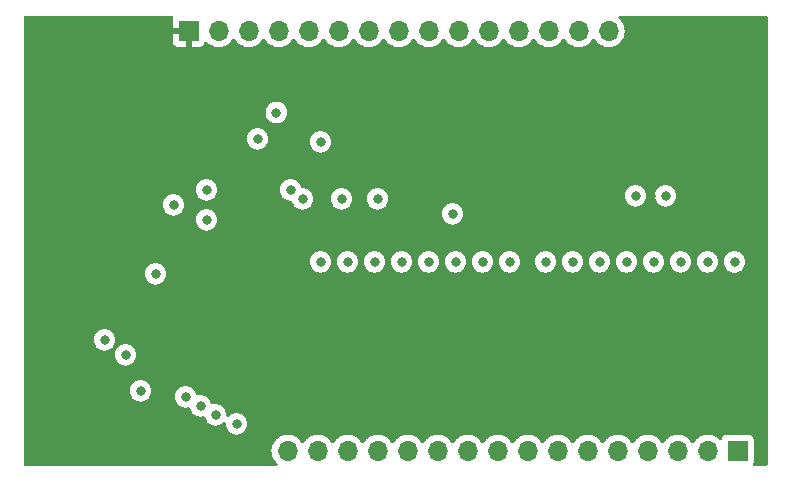
<source format=gbr>
%TF.GenerationSoftware,KiCad,Pcbnew,(6.0.0-0)*%
%TF.CreationDate,2022-08-18T21:47:30-04:00*%
%TF.ProjectId,CPU-Microcode-EEPROMs,4350552d-4d69-4637-926f-636f64652d45,rev?*%
%TF.SameCoordinates,Original*%
%TF.FileFunction,Copper,L2,Inr*%
%TF.FilePolarity,Positive*%
%FSLAX46Y46*%
G04 Gerber Fmt 4.6, Leading zero omitted, Abs format (unit mm)*
G04 Created by KiCad (PCBNEW (6.0.0-0)) date 2022-08-18 21:47:30*
%MOMM*%
%LPD*%
G01*
G04 APERTURE LIST*
%TA.AperFunction,ComponentPad*%
%ADD10R,1.700000X1.700000*%
%TD*%
%TA.AperFunction,ComponentPad*%
%ADD11O,1.700000X1.700000*%
%TD*%
%TA.AperFunction,ViaPad*%
%ADD12C,0.800000*%
%TD*%
G04 APERTURE END LIST*
D10*
%TO.N,~{DECODE_CONTROL_0}*%
%TO.C,J2*%
X115570000Y-112776000D03*
D11*
%TO.N,~{DECODE_CONTROL_1}*%
X113030000Y-112776000D03*
%TO.N,~{DECODE_CONTROL_2}*%
X110490000Y-112776000D03*
%TO.N,~{DECODE_CONTROL_3}*%
X107950000Y-112776000D03*
%TO.N,~{DECODE_CONTROL_4}*%
X105410000Y-112776000D03*
%TO.N,~{DECODE_CONTROL_5}*%
X102870000Y-112776000D03*
%TO.N,~{DECODE_CONTROL_6}*%
X100330000Y-112776000D03*
%TO.N,~{DECODE_CONTROL_7}*%
X97790000Y-112776000D03*
%TO.N,\u03BC0*%
X95250000Y-112776000D03*
%TO.N,\u03BC1*%
X92710000Y-112776000D03*
%TO.N,\u03BC2*%
X90170000Y-112776000D03*
%TO.N,\u03BC3*%
X87630000Y-112776000D03*
%TO.N,\u03BC4*%
X85090000Y-112776000D03*
%TO.N,\u03BC5*%
X82550000Y-112776000D03*
%TO.N,\u03BC6*%
X80010000Y-112776000D03*
%TO.N,\u03BC7*%
X77470000Y-112776000D03*
%TD*%
D10*
%TO.N,VCC*%
%TO.C,J1*%
X69088000Y-77216000D03*
D11*
%TO.N,GND*%
X71628000Y-77216000D03*
%TO.N,STEP0*%
X74168000Y-77216000D03*
%TO.N,STEP1*%
X76708000Y-77216000D03*
%TO.N,STEP2*%
X79248000Y-77216000D03*
%TO.N,STEP3*%
X81788000Y-77216000D03*
%TO.N,STEP4*%
X84328000Y-77216000D03*
%TO.N,INSTRUCTION0*%
X86868000Y-77216000D03*
%TO.N,INSTRUCTION1*%
X89408000Y-77216000D03*
%TO.N,INSTRUCTION2*%
X91948000Y-77216000D03*
%TO.N,INSTRUCTION3*%
X94488000Y-77216000D03*
%TO.N,INSTRUCTION4*%
X97028000Y-77216000D03*
%TO.N,INSTRUCTION5*%
X99568000Y-77216000D03*
%TO.N,INSTRUCTION6*%
X102108000Y-77216000D03*
%TO.N,INSTRUCTION7*%
X104648000Y-77216000D03*
%TD*%
D12*
%TO.N,GND*%
X109474000Y-91186000D03*
X106934000Y-91186000D03*
%TO.N,VCC*%
X108204000Y-91186000D03*
X103632000Y-87122000D03*
%TO.N,GND*%
X115311701Y-96778299D03*
X110744000Y-96774007D03*
X101600000Y-96774000D03*
X87122000Y-96774000D03*
X80264000Y-96774000D03*
X99314000Y-96774000D03*
X91440000Y-92710000D03*
X108458000Y-96774000D03*
X82550000Y-96774000D03*
X66294000Y-97790000D03*
X103886000Y-96774000D03*
X91694000Y-96774000D03*
X84836000Y-96774000D03*
X93980000Y-96774000D03*
X96266000Y-96774000D03*
X89408000Y-96774000D03*
X106172000Y-96774000D03*
X113030000Y-96774000D03*
%TO.N,VCC*%
X68834000Y-88646000D03*
X91440000Y-90170000D03*
%TO.N,~{OE}*%
X85090000Y-91440000D03*
X70612000Y-93218000D03*
%TO.N,A13*%
X74930000Y-86360000D03*
X78740000Y-91440000D03*
%TO.N,A14*%
X82042000Y-91440000D03*
X67818000Y-91948000D03*
%TO.N,INSTRUCTION7*%
X80264000Y-86614000D03*
X76517666Y-84135073D03*
%TO.N,INSTRUCTION6*%
X70612000Y-90678000D03*
X77724000Y-90678000D03*
%TO.N,\u03BC5*%
X71374000Y-109728000D03*
%TO.N,\u03BC4*%
X70104000Y-108966000D03*
%TO.N,\u03BC6*%
X73152000Y-110490000D03*
%TO.N,\u03BC0*%
X61976000Y-103378000D03*
%TO.N,\u03BC1*%
X63754000Y-104648000D03*
%TO.N,\u03BC2*%
X65024000Y-107696000D03*
%TO.N,\u03BC3*%
X68834000Y-108204000D03*
%TD*%
%TA.AperFunction,Conductor*%
%TO.N,VCC*%
G36*
X67739778Y-75966002D02*
G01*
X67786271Y-76019658D01*
X67796375Y-76089932D01*
X67786650Y-76119096D01*
X67787828Y-76119538D01*
X67739522Y-76248394D01*
X67735895Y-76263649D01*
X67730369Y-76314514D01*
X67730000Y-76321328D01*
X67730000Y-76943885D01*
X67734475Y-76959124D01*
X67735865Y-76960329D01*
X67743548Y-76962000D01*
X69216000Y-76962000D01*
X69284121Y-76982002D01*
X69330614Y-77035658D01*
X69342000Y-77088000D01*
X69342000Y-78555884D01*
X69346475Y-78571123D01*
X69347865Y-78572328D01*
X69355548Y-78573999D01*
X69982669Y-78573999D01*
X69989490Y-78573629D01*
X70040352Y-78568105D01*
X70055604Y-78564479D01*
X70176054Y-78519324D01*
X70191649Y-78510786D01*
X70293724Y-78434285D01*
X70306285Y-78421724D01*
X70382786Y-78319649D01*
X70391324Y-78304054D01*
X70432225Y-78194952D01*
X70474867Y-78138188D01*
X70541428Y-78113488D01*
X70610777Y-78128696D01*
X70645444Y-78156684D01*
X70670865Y-78186031D01*
X70670869Y-78186035D01*
X70674250Y-78189938D01*
X70846126Y-78332632D01*
X71039000Y-78445338D01*
X71247692Y-78525030D01*
X71252760Y-78526061D01*
X71252763Y-78526062D01*
X71360017Y-78547883D01*
X71466597Y-78569567D01*
X71471772Y-78569757D01*
X71471774Y-78569757D01*
X71684673Y-78577564D01*
X71684677Y-78577564D01*
X71689837Y-78577753D01*
X71694957Y-78577097D01*
X71694959Y-78577097D01*
X71906288Y-78550025D01*
X71906289Y-78550025D01*
X71911416Y-78549368D01*
X71916366Y-78547883D01*
X72120429Y-78486661D01*
X72120434Y-78486659D01*
X72125384Y-78485174D01*
X72325994Y-78386896D01*
X72507860Y-78257173D01*
X72666096Y-78099489D01*
X72796453Y-77918077D01*
X72797776Y-77919028D01*
X72844645Y-77875857D01*
X72914580Y-77863625D01*
X72980026Y-77891144D01*
X73007875Y-77922994D01*
X73067987Y-78021088D01*
X73214250Y-78189938D01*
X73386126Y-78332632D01*
X73579000Y-78445338D01*
X73787692Y-78525030D01*
X73792760Y-78526061D01*
X73792763Y-78526062D01*
X73900017Y-78547883D01*
X74006597Y-78569567D01*
X74011772Y-78569757D01*
X74011774Y-78569757D01*
X74224673Y-78577564D01*
X74224677Y-78577564D01*
X74229837Y-78577753D01*
X74234957Y-78577097D01*
X74234959Y-78577097D01*
X74446288Y-78550025D01*
X74446289Y-78550025D01*
X74451416Y-78549368D01*
X74456366Y-78547883D01*
X74660429Y-78486661D01*
X74660434Y-78486659D01*
X74665384Y-78485174D01*
X74865994Y-78386896D01*
X75047860Y-78257173D01*
X75206096Y-78099489D01*
X75336453Y-77918077D01*
X75337776Y-77919028D01*
X75384645Y-77875857D01*
X75454580Y-77863625D01*
X75520026Y-77891144D01*
X75547875Y-77922994D01*
X75607987Y-78021088D01*
X75754250Y-78189938D01*
X75926126Y-78332632D01*
X76119000Y-78445338D01*
X76327692Y-78525030D01*
X76332760Y-78526061D01*
X76332763Y-78526062D01*
X76440017Y-78547883D01*
X76546597Y-78569567D01*
X76551772Y-78569757D01*
X76551774Y-78569757D01*
X76764673Y-78577564D01*
X76764677Y-78577564D01*
X76769837Y-78577753D01*
X76774957Y-78577097D01*
X76774959Y-78577097D01*
X76986288Y-78550025D01*
X76986289Y-78550025D01*
X76991416Y-78549368D01*
X76996366Y-78547883D01*
X77200429Y-78486661D01*
X77200434Y-78486659D01*
X77205384Y-78485174D01*
X77405994Y-78386896D01*
X77587860Y-78257173D01*
X77746096Y-78099489D01*
X77876453Y-77918077D01*
X77877776Y-77919028D01*
X77924645Y-77875857D01*
X77994580Y-77863625D01*
X78060026Y-77891144D01*
X78087875Y-77922994D01*
X78147987Y-78021088D01*
X78294250Y-78189938D01*
X78466126Y-78332632D01*
X78659000Y-78445338D01*
X78867692Y-78525030D01*
X78872760Y-78526061D01*
X78872763Y-78526062D01*
X78980017Y-78547883D01*
X79086597Y-78569567D01*
X79091772Y-78569757D01*
X79091774Y-78569757D01*
X79304673Y-78577564D01*
X79304677Y-78577564D01*
X79309837Y-78577753D01*
X79314957Y-78577097D01*
X79314959Y-78577097D01*
X79526288Y-78550025D01*
X79526289Y-78550025D01*
X79531416Y-78549368D01*
X79536366Y-78547883D01*
X79740429Y-78486661D01*
X79740434Y-78486659D01*
X79745384Y-78485174D01*
X79945994Y-78386896D01*
X80127860Y-78257173D01*
X80286096Y-78099489D01*
X80416453Y-77918077D01*
X80417776Y-77919028D01*
X80464645Y-77875857D01*
X80534580Y-77863625D01*
X80600026Y-77891144D01*
X80627875Y-77922994D01*
X80687987Y-78021088D01*
X80834250Y-78189938D01*
X81006126Y-78332632D01*
X81199000Y-78445338D01*
X81407692Y-78525030D01*
X81412760Y-78526061D01*
X81412763Y-78526062D01*
X81520017Y-78547883D01*
X81626597Y-78569567D01*
X81631772Y-78569757D01*
X81631774Y-78569757D01*
X81844673Y-78577564D01*
X81844677Y-78577564D01*
X81849837Y-78577753D01*
X81854957Y-78577097D01*
X81854959Y-78577097D01*
X82066288Y-78550025D01*
X82066289Y-78550025D01*
X82071416Y-78549368D01*
X82076366Y-78547883D01*
X82280429Y-78486661D01*
X82280434Y-78486659D01*
X82285384Y-78485174D01*
X82485994Y-78386896D01*
X82667860Y-78257173D01*
X82826096Y-78099489D01*
X82956453Y-77918077D01*
X82957776Y-77919028D01*
X83004645Y-77875857D01*
X83074580Y-77863625D01*
X83140026Y-77891144D01*
X83167875Y-77922994D01*
X83227987Y-78021088D01*
X83374250Y-78189938D01*
X83546126Y-78332632D01*
X83739000Y-78445338D01*
X83947692Y-78525030D01*
X83952760Y-78526061D01*
X83952763Y-78526062D01*
X84060017Y-78547883D01*
X84166597Y-78569567D01*
X84171772Y-78569757D01*
X84171774Y-78569757D01*
X84384673Y-78577564D01*
X84384677Y-78577564D01*
X84389837Y-78577753D01*
X84394957Y-78577097D01*
X84394959Y-78577097D01*
X84606288Y-78550025D01*
X84606289Y-78550025D01*
X84611416Y-78549368D01*
X84616366Y-78547883D01*
X84820429Y-78486661D01*
X84820434Y-78486659D01*
X84825384Y-78485174D01*
X85025994Y-78386896D01*
X85207860Y-78257173D01*
X85366096Y-78099489D01*
X85496453Y-77918077D01*
X85497776Y-77919028D01*
X85544645Y-77875857D01*
X85614580Y-77863625D01*
X85680026Y-77891144D01*
X85707875Y-77922994D01*
X85767987Y-78021088D01*
X85914250Y-78189938D01*
X86086126Y-78332632D01*
X86279000Y-78445338D01*
X86487692Y-78525030D01*
X86492760Y-78526061D01*
X86492763Y-78526062D01*
X86600017Y-78547883D01*
X86706597Y-78569567D01*
X86711772Y-78569757D01*
X86711774Y-78569757D01*
X86924673Y-78577564D01*
X86924677Y-78577564D01*
X86929837Y-78577753D01*
X86934957Y-78577097D01*
X86934959Y-78577097D01*
X87146288Y-78550025D01*
X87146289Y-78550025D01*
X87151416Y-78549368D01*
X87156366Y-78547883D01*
X87360429Y-78486661D01*
X87360434Y-78486659D01*
X87365384Y-78485174D01*
X87565994Y-78386896D01*
X87747860Y-78257173D01*
X87906096Y-78099489D01*
X88036453Y-77918077D01*
X88037776Y-77919028D01*
X88084645Y-77875857D01*
X88154580Y-77863625D01*
X88220026Y-77891144D01*
X88247875Y-77922994D01*
X88307987Y-78021088D01*
X88454250Y-78189938D01*
X88626126Y-78332632D01*
X88819000Y-78445338D01*
X89027692Y-78525030D01*
X89032760Y-78526061D01*
X89032763Y-78526062D01*
X89140017Y-78547883D01*
X89246597Y-78569567D01*
X89251772Y-78569757D01*
X89251774Y-78569757D01*
X89464673Y-78577564D01*
X89464677Y-78577564D01*
X89469837Y-78577753D01*
X89474957Y-78577097D01*
X89474959Y-78577097D01*
X89686288Y-78550025D01*
X89686289Y-78550025D01*
X89691416Y-78549368D01*
X89696366Y-78547883D01*
X89900429Y-78486661D01*
X89900434Y-78486659D01*
X89905384Y-78485174D01*
X90105994Y-78386896D01*
X90287860Y-78257173D01*
X90446096Y-78099489D01*
X90576453Y-77918077D01*
X90577776Y-77919028D01*
X90624645Y-77875857D01*
X90694580Y-77863625D01*
X90760026Y-77891144D01*
X90787875Y-77922994D01*
X90847987Y-78021088D01*
X90994250Y-78189938D01*
X91166126Y-78332632D01*
X91359000Y-78445338D01*
X91567692Y-78525030D01*
X91572760Y-78526061D01*
X91572763Y-78526062D01*
X91680017Y-78547883D01*
X91786597Y-78569567D01*
X91791772Y-78569757D01*
X91791774Y-78569757D01*
X92004673Y-78577564D01*
X92004677Y-78577564D01*
X92009837Y-78577753D01*
X92014957Y-78577097D01*
X92014959Y-78577097D01*
X92226288Y-78550025D01*
X92226289Y-78550025D01*
X92231416Y-78549368D01*
X92236366Y-78547883D01*
X92440429Y-78486661D01*
X92440434Y-78486659D01*
X92445384Y-78485174D01*
X92645994Y-78386896D01*
X92827860Y-78257173D01*
X92986096Y-78099489D01*
X93116453Y-77918077D01*
X93117776Y-77919028D01*
X93164645Y-77875857D01*
X93234580Y-77863625D01*
X93300026Y-77891144D01*
X93327875Y-77922994D01*
X93387987Y-78021088D01*
X93534250Y-78189938D01*
X93706126Y-78332632D01*
X93899000Y-78445338D01*
X94107692Y-78525030D01*
X94112760Y-78526061D01*
X94112763Y-78526062D01*
X94220017Y-78547883D01*
X94326597Y-78569567D01*
X94331772Y-78569757D01*
X94331774Y-78569757D01*
X94544673Y-78577564D01*
X94544677Y-78577564D01*
X94549837Y-78577753D01*
X94554957Y-78577097D01*
X94554959Y-78577097D01*
X94766288Y-78550025D01*
X94766289Y-78550025D01*
X94771416Y-78549368D01*
X94776366Y-78547883D01*
X94980429Y-78486661D01*
X94980434Y-78486659D01*
X94985384Y-78485174D01*
X95185994Y-78386896D01*
X95367860Y-78257173D01*
X95526096Y-78099489D01*
X95656453Y-77918077D01*
X95657776Y-77919028D01*
X95704645Y-77875857D01*
X95774580Y-77863625D01*
X95840026Y-77891144D01*
X95867875Y-77922994D01*
X95927987Y-78021088D01*
X96074250Y-78189938D01*
X96246126Y-78332632D01*
X96439000Y-78445338D01*
X96647692Y-78525030D01*
X96652760Y-78526061D01*
X96652763Y-78526062D01*
X96760017Y-78547883D01*
X96866597Y-78569567D01*
X96871772Y-78569757D01*
X96871774Y-78569757D01*
X97084673Y-78577564D01*
X97084677Y-78577564D01*
X97089837Y-78577753D01*
X97094957Y-78577097D01*
X97094959Y-78577097D01*
X97306288Y-78550025D01*
X97306289Y-78550025D01*
X97311416Y-78549368D01*
X97316366Y-78547883D01*
X97520429Y-78486661D01*
X97520434Y-78486659D01*
X97525384Y-78485174D01*
X97725994Y-78386896D01*
X97907860Y-78257173D01*
X98066096Y-78099489D01*
X98196453Y-77918077D01*
X98197776Y-77919028D01*
X98244645Y-77875857D01*
X98314580Y-77863625D01*
X98380026Y-77891144D01*
X98407875Y-77922994D01*
X98467987Y-78021088D01*
X98614250Y-78189938D01*
X98786126Y-78332632D01*
X98979000Y-78445338D01*
X99187692Y-78525030D01*
X99192760Y-78526061D01*
X99192763Y-78526062D01*
X99300017Y-78547883D01*
X99406597Y-78569567D01*
X99411772Y-78569757D01*
X99411774Y-78569757D01*
X99624673Y-78577564D01*
X99624677Y-78577564D01*
X99629837Y-78577753D01*
X99634957Y-78577097D01*
X99634959Y-78577097D01*
X99846288Y-78550025D01*
X99846289Y-78550025D01*
X99851416Y-78549368D01*
X99856366Y-78547883D01*
X100060429Y-78486661D01*
X100060434Y-78486659D01*
X100065384Y-78485174D01*
X100265994Y-78386896D01*
X100447860Y-78257173D01*
X100606096Y-78099489D01*
X100736453Y-77918077D01*
X100737776Y-77919028D01*
X100784645Y-77875857D01*
X100854580Y-77863625D01*
X100920026Y-77891144D01*
X100947875Y-77922994D01*
X101007987Y-78021088D01*
X101154250Y-78189938D01*
X101326126Y-78332632D01*
X101519000Y-78445338D01*
X101727692Y-78525030D01*
X101732760Y-78526061D01*
X101732763Y-78526062D01*
X101840017Y-78547883D01*
X101946597Y-78569567D01*
X101951772Y-78569757D01*
X101951774Y-78569757D01*
X102164673Y-78577564D01*
X102164677Y-78577564D01*
X102169837Y-78577753D01*
X102174957Y-78577097D01*
X102174959Y-78577097D01*
X102386288Y-78550025D01*
X102386289Y-78550025D01*
X102391416Y-78549368D01*
X102396366Y-78547883D01*
X102600429Y-78486661D01*
X102600434Y-78486659D01*
X102605384Y-78485174D01*
X102805994Y-78386896D01*
X102987860Y-78257173D01*
X103146096Y-78099489D01*
X103276453Y-77918077D01*
X103277776Y-77919028D01*
X103324645Y-77875857D01*
X103394580Y-77863625D01*
X103460026Y-77891144D01*
X103487875Y-77922994D01*
X103547987Y-78021088D01*
X103694250Y-78189938D01*
X103866126Y-78332632D01*
X104059000Y-78445338D01*
X104267692Y-78525030D01*
X104272760Y-78526061D01*
X104272763Y-78526062D01*
X104380017Y-78547883D01*
X104486597Y-78569567D01*
X104491772Y-78569757D01*
X104491774Y-78569757D01*
X104704673Y-78577564D01*
X104704677Y-78577564D01*
X104709837Y-78577753D01*
X104714957Y-78577097D01*
X104714959Y-78577097D01*
X104926288Y-78550025D01*
X104926289Y-78550025D01*
X104931416Y-78549368D01*
X104936366Y-78547883D01*
X105140429Y-78486661D01*
X105140434Y-78486659D01*
X105145384Y-78485174D01*
X105345994Y-78386896D01*
X105527860Y-78257173D01*
X105686096Y-78099489D01*
X105816453Y-77918077D01*
X105837320Y-77875857D01*
X105913136Y-77722453D01*
X105913137Y-77722451D01*
X105915430Y-77717811D01*
X105980370Y-77504069D01*
X106009529Y-77282590D01*
X106011156Y-77216000D01*
X105992852Y-76993361D01*
X105938431Y-76776702D01*
X105849354Y-76571840D01*
X105728014Y-76384277D01*
X105577670Y-76219051D01*
X105516677Y-76170881D01*
X105475615Y-76112964D01*
X105472383Y-76042041D01*
X105508009Y-75980630D01*
X105571180Y-75948228D01*
X105594770Y-75946000D01*
X117984000Y-75946000D01*
X118052121Y-75966002D01*
X118098614Y-76019658D01*
X118110000Y-76072000D01*
X118110000Y-113920000D01*
X118089998Y-113988121D01*
X118036342Y-114034614D01*
X117984000Y-114046000D01*
X116986919Y-114046000D01*
X116918798Y-114025998D01*
X116872305Y-113972342D01*
X116862201Y-113902068D01*
X116871839Y-113873164D01*
X116870615Y-113872705D01*
X116918971Y-113743715D01*
X116921745Y-113736316D01*
X116928500Y-113674134D01*
X116928500Y-111877866D01*
X116921745Y-111815684D01*
X116870615Y-111679295D01*
X116783261Y-111562739D01*
X116666705Y-111475385D01*
X116530316Y-111424255D01*
X116468134Y-111417500D01*
X114671866Y-111417500D01*
X114609684Y-111424255D01*
X114473295Y-111475385D01*
X114356739Y-111562739D01*
X114269385Y-111679295D01*
X114266233Y-111687703D01*
X114224919Y-111797907D01*
X114182277Y-111854671D01*
X114115716Y-111879371D01*
X114046367Y-111864163D01*
X114013743Y-111838476D01*
X113963151Y-111782875D01*
X113963142Y-111782866D01*
X113959670Y-111779051D01*
X113955619Y-111775852D01*
X113955615Y-111775848D01*
X113788414Y-111643800D01*
X113788410Y-111643798D01*
X113784359Y-111640598D01*
X113588789Y-111532638D01*
X113583920Y-111530914D01*
X113583916Y-111530912D01*
X113383087Y-111459795D01*
X113383083Y-111459794D01*
X113378212Y-111458069D01*
X113373119Y-111457162D01*
X113373116Y-111457161D01*
X113163373Y-111419800D01*
X113163367Y-111419799D01*
X113158284Y-111418894D01*
X113084452Y-111417992D01*
X112940081Y-111416228D01*
X112940079Y-111416228D01*
X112934911Y-111416165D01*
X112714091Y-111449955D01*
X112501756Y-111519357D01*
X112303607Y-111622507D01*
X112299474Y-111625610D01*
X112299471Y-111625612D01*
X112129100Y-111753530D01*
X112124965Y-111756635D01*
X112085525Y-111797907D01*
X112031280Y-111854671D01*
X111970629Y-111918138D01*
X111863201Y-112075621D01*
X111808293Y-112120621D01*
X111737768Y-112128792D01*
X111674021Y-112097538D01*
X111653324Y-112073054D01*
X111572822Y-111948617D01*
X111572820Y-111948614D01*
X111570014Y-111944277D01*
X111419670Y-111779051D01*
X111415619Y-111775852D01*
X111415615Y-111775848D01*
X111248414Y-111643800D01*
X111248410Y-111643798D01*
X111244359Y-111640598D01*
X111048789Y-111532638D01*
X111043920Y-111530914D01*
X111043916Y-111530912D01*
X110843087Y-111459795D01*
X110843083Y-111459794D01*
X110838212Y-111458069D01*
X110833119Y-111457162D01*
X110833116Y-111457161D01*
X110623373Y-111419800D01*
X110623367Y-111419799D01*
X110618284Y-111418894D01*
X110544452Y-111417992D01*
X110400081Y-111416228D01*
X110400079Y-111416228D01*
X110394911Y-111416165D01*
X110174091Y-111449955D01*
X109961756Y-111519357D01*
X109763607Y-111622507D01*
X109759474Y-111625610D01*
X109759471Y-111625612D01*
X109589100Y-111753530D01*
X109584965Y-111756635D01*
X109545525Y-111797907D01*
X109491280Y-111854671D01*
X109430629Y-111918138D01*
X109323201Y-112075621D01*
X109268293Y-112120621D01*
X109197768Y-112128792D01*
X109134021Y-112097538D01*
X109113324Y-112073054D01*
X109032822Y-111948617D01*
X109032820Y-111948614D01*
X109030014Y-111944277D01*
X108879670Y-111779051D01*
X108875619Y-111775852D01*
X108875615Y-111775848D01*
X108708414Y-111643800D01*
X108708410Y-111643798D01*
X108704359Y-111640598D01*
X108508789Y-111532638D01*
X108503920Y-111530914D01*
X108503916Y-111530912D01*
X108303087Y-111459795D01*
X108303083Y-111459794D01*
X108298212Y-111458069D01*
X108293119Y-111457162D01*
X108293116Y-111457161D01*
X108083373Y-111419800D01*
X108083367Y-111419799D01*
X108078284Y-111418894D01*
X108004452Y-111417992D01*
X107860081Y-111416228D01*
X107860079Y-111416228D01*
X107854911Y-111416165D01*
X107634091Y-111449955D01*
X107421756Y-111519357D01*
X107223607Y-111622507D01*
X107219474Y-111625610D01*
X107219471Y-111625612D01*
X107049100Y-111753530D01*
X107044965Y-111756635D01*
X107005525Y-111797907D01*
X106951280Y-111854671D01*
X106890629Y-111918138D01*
X106783201Y-112075621D01*
X106728293Y-112120621D01*
X106657768Y-112128792D01*
X106594021Y-112097538D01*
X106573324Y-112073054D01*
X106492822Y-111948617D01*
X106492820Y-111948614D01*
X106490014Y-111944277D01*
X106339670Y-111779051D01*
X106335619Y-111775852D01*
X106335615Y-111775848D01*
X106168414Y-111643800D01*
X106168410Y-111643798D01*
X106164359Y-111640598D01*
X105968789Y-111532638D01*
X105963920Y-111530914D01*
X105963916Y-111530912D01*
X105763087Y-111459795D01*
X105763083Y-111459794D01*
X105758212Y-111458069D01*
X105753119Y-111457162D01*
X105753116Y-111457161D01*
X105543373Y-111419800D01*
X105543367Y-111419799D01*
X105538284Y-111418894D01*
X105464452Y-111417992D01*
X105320081Y-111416228D01*
X105320079Y-111416228D01*
X105314911Y-111416165D01*
X105094091Y-111449955D01*
X104881756Y-111519357D01*
X104683607Y-111622507D01*
X104679474Y-111625610D01*
X104679471Y-111625612D01*
X104509100Y-111753530D01*
X104504965Y-111756635D01*
X104465525Y-111797907D01*
X104411280Y-111854671D01*
X104350629Y-111918138D01*
X104243201Y-112075621D01*
X104188293Y-112120621D01*
X104117768Y-112128792D01*
X104054021Y-112097538D01*
X104033324Y-112073054D01*
X103952822Y-111948617D01*
X103952820Y-111948614D01*
X103950014Y-111944277D01*
X103799670Y-111779051D01*
X103795619Y-111775852D01*
X103795615Y-111775848D01*
X103628414Y-111643800D01*
X103628410Y-111643798D01*
X103624359Y-111640598D01*
X103428789Y-111532638D01*
X103423920Y-111530914D01*
X103423916Y-111530912D01*
X103223087Y-111459795D01*
X103223083Y-111459794D01*
X103218212Y-111458069D01*
X103213119Y-111457162D01*
X103213116Y-111457161D01*
X103003373Y-111419800D01*
X103003367Y-111419799D01*
X102998284Y-111418894D01*
X102924452Y-111417992D01*
X102780081Y-111416228D01*
X102780079Y-111416228D01*
X102774911Y-111416165D01*
X102554091Y-111449955D01*
X102341756Y-111519357D01*
X102143607Y-111622507D01*
X102139474Y-111625610D01*
X102139471Y-111625612D01*
X101969100Y-111753530D01*
X101964965Y-111756635D01*
X101925525Y-111797907D01*
X101871280Y-111854671D01*
X101810629Y-111918138D01*
X101703201Y-112075621D01*
X101648293Y-112120621D01*
X101577768Y-112128792D01*
X101514021Y-112097538D01*
X101493324Y-112073054D01*
X101412822Y-111948617D01*
X101412820Y-111948614D01*
X101410014Y-111944277D01*
X101259670Y-111779051D01*
X101255619Y-111775852D01*
X101255615Y-111775848D01*
X101088414Y-111643800D01*
X101088410Y-111643798D01*
X101084359Y-111640598D01*
X100888789Y-111532638D01*
X100883920Y-111530914D01*
X100883916Y-111530912D01*
X100683087Y-111459795D01*
X100683083Y-111459794D01*
X100678212Y-111458069D01*
X100673119Y-111457162D01*
X100673116Y-111457161D01*
X100463373Y-111419800D01*
X100463367Y-111419799D01*
X100458284Y-111418894D01*
X100384452Y-111417992D01*
X100240081Y-111416228D01*
X100240079Y-111416228D01*
X100234911Y-111416165D01*
X100014091Y-111449955D01*
X99801756Y-111519357D01*
X99603607Y-111622507D01*
X99599474Y-111625610D01*
X99599471Y-111625612D01*
X99429100Y-111753530D01*
X99424965Y-111756635D01*
X99385525Y-111797907D01*
X99331280Y-111854671D01*
X99270629Y-111918138D01*
X99163201Y-112075621D01*
X99108293Y-112120621D01*
X99037768Y-112128792D01*
X98974021Y-112097538D01*
X98953324Y-112073054D01*
X98872822Y-111948617D01*
X98872820Y-111948614D01*
X98870014Y-111944277D01*
X98719670Y-111779051D01*
X98715619Y-111775852D01*
X98715615Y-111775848D01*
X98548414Y-111643800D01*
X98548410Y-111643798D01*
X98544359Y-111640598D01*
X98348789Y-111532638D01*
X98343920Y-111530914D01*
X98343916Y-111530912D01*
X98143087Y-111459795D01*
X98143083Y-111459794D01*
X98138212Y-111458069D01*
X98133119Y-111457162D01*
X98133116Y-111457161D01*
X97923373Y-111419800D01*
X97923367Y-111419799D01*
X97918284Y-111418894D01*
X97844452Y-111417992D01*
X97700081Y-111416228D01*
X97700079Y-111416228D01*
X97694911Y-111416165D01*
X97474091Y-111449955D01*
X97261756Y-111519357D01*
X97063607Y-111622507D01*
X97059474Y-111625610D01*
X97059471Y-111625612D01*
X96889100Y-111753530D01*
X96884965Y-111756635D01*
X96845525Y-111797907D01*
X96791280Y-111854671D01*
X96730629Y-111918138D01*
X96623201Y-112075621D01*
X96568293Y-112120621D01*
X96497768Y-112128792D01*
X96434021Y-112097538D01*
X96413324Y-112073054D01*
X96332822Y-111948617D01*
X96332820Y-111948614D01*
X96330014Y-111944277D01*
X96179670Y-111779051D01*
X96175619Y-111775852D01*
X96175615Y-111775848D01*
X96008414Y-111643800D01*
X96008410Y-111643798D01*
X96004359Y-111640598D01*
X95808789Y-111532638D01*
X95803920Y-111530914D01*
X95803916Y-111530912D01*
X95603087Y-111459795D01*
X95603083Y-111459794D01*
X95598212Y-111458069D01*
X95593119Y-111457162D01*
X95593116Y-111457161D01*
X95383373Y-111419800D01*
X95383367Y-111419799D01*
X95378284Y-111418894D01*
X95304452Y-111417992D01*
X95160081Y-111416228D01*
X95160079Y-111416228D01*
X95154911Y-111416165D01*
X94934091Y-111449955D01*
X94721756Y-111519357D01*
X94523607Y-111622507D01*
X94519474Y-111625610D01*
X94519471Y-111625612D01*
X94349100Y-111753530D01*
X94344965Y-111756635D01*
X94305525Y-111797907D01*
X94251280Y-111854671D01*
X94190629Y-111918138D01*
X94083201Y-112075621D01*
X94028293Y-112120621D01*
X93957768Y-112128792D01*
X93894021Y-112097538D01*
X93873324Y-112073054D01*
X93792822Y-111948617D01*
X93792820Y-111948614D01*
X93790014Y-111944277D01*
X93639670Y-111779051D01*
X93635619Y-111775852D01*
X93635615Y-111775848D01*
X93468414Y-111643800D01*
X93468410Y-111643798D01*
X93464359Y-111640598D01*
X93268789Y-111532638D01*
X93263920Y-111530914D01*
X93263916Y-111530912D01*
X93063087Y-111459795D01*
X93063083Y-111459794D01*
X93058212Y-111458069D01*
X93053119Y-111457162D01*
X93053116Y-111457161D01*
X92843373Y-111419800D01*
X92843367Y-111419799D01*
X92838284Y-111418894D01*
X92764452Y-111417992D01*
X92620081Y-111416228D01*
X92620079Y-111416228D01*
X92614911Y-111416165D01*
X92394091Y-111449955D01*
X92181756Y-111519357D01*
X91983607Y-111622507D01*
X91979474Y-111625610D01*
X91979471Y-111625612D01*
X91809100Y-111753530D01*
X91804965Y-111756635D01*
X91765525Y-111797907D01*
X91711280Y-111854671D01*
X91650629Y-111918138D01*
X91543201Y-112075621D01*
X91488293Y-112120621D01*
X91417768Y-112128792D01*
X91354021Y-112097538D01*
X91333324Y-112073054D01*
X91252822Y-111948617D01*
X91252820Y-111948614D01*
X91250014Y-111944277D01*
X91099670Y-111779051D01*
X91095619Y-111775852D01*
X91095615Y-111775848D01*
X90928414Y-111643800D01*
X90928410Y-111643798D01*
X90924359Y-111640598D01*
X90728789Y-111532638D01*
X90723920Y-111530914D01*
X90723916Y-111530912D01*
X90523087Y-111459795D01*
X90523083Y-111459794D01*
X90518212Y-111458069D01*
X90513119Y-111457162D01*
X90513116Y-111457161D01*
X90303373Y-111419800D01*
X90303367Y-111419799D01*
X90298284Y-111418894D01*
X90224452Y-111417992D01*
X90080081Y-111416228D01*
X90080079Y-111416228D01*
X90074911Y-111416165D01*
X89854091Y-111449955D01*
X89641756Y-111519357D01*
X89443607Y-111622507D01*
X89439474Y-111625610D01*
X89439471Y-111625612D01*
X89269100Y-111753530D01*
X89264965Y-111756635D01*
X89225525Y-111797907D01*
X89171280Y-111854671D01*
X89110629Y-111918138D01*
X89003201Y-112075621D01*
X88948293Y-112120621D01*
X88877768Y-112128792D01*
X88814021Y-112097538D01*
X88793324Y-112073054D01*
X88712822Y-111948617D01*
X88712820Y-111948614D01*
X88710014Y-111944277D01*
X88559670Y-111779051D01*
X88555619Y-111775852D01*
X88555615Y-111775848D01*
X88388414Y-111643800D01*
X88388410Y-111643798D01*
X88384359Y-111640598D01*
X88188789Y-111532638D01*
X88183920Y-111530914D01*
X88183916Y-111530912D01*
X87983087Y-111459795D01*
X87983083Y-111459794D01*
X87978212Y-111458069D01*
X87973119Y-111457162D01*
X87973116Y-111457161D01*
X87763373Y-111419800D01*
X87763367Y-111419799D01*
X87758284Y-111418894D01*
X87684452Y-111417992D01*
X87540081Y-111416228D01*
X87540079Y-111416228D01*
X87534911Y-111416165D01*
X87314091Y-111449955D01*
X87101756Y-111519357D01*
X86903607Y-111622507D01*
X86899474Y-111625610D01*
X86899471Y-111625612D01*
X86729100Y-111753530D01*
X86724965Y-111756635D01*
X86685525Y-111797907D01*
X86631280Y-111854671D01*
X86570629Y-111918138D01*
X86463201Y-112075621D01*
X86408293Y-112120621D01*
X86337768Y-112128792D01*
X86274021Y-112097538D01*
X86253324Y-112073054D01*
X86172822Y-111948617D01*
X86172820Y-111948614D01*
X86170014Y-111944277D01*
X86019670Y-111779051D01*
X86015619Y-111775852D01*
X86015615Y-111775848D01*
X85848414Y-111643800D01*
X85848410Y-111643798D01*
X85844359Y-111640598D01*
X85648789Y-111532638D01*
X85643920Y-111530914D01*
X85643916Y-111530912D01*
X85443087Y-111459795D01*
X85443083Y-111459794D01*
X85438212Y-111458069D01*
X85433119Y-111457162D01*
X85433116Y-111457161D01*
X85223373Y-111419800D01*
X85223367Y-111419799D01*
X85218284Y-111418894D01*
X85144452Y-111417992D01*
X85000081Y-111416228D01*
X85000079Y-111416228D01*
X84994911Y-111416165D01*
X84774091Y-111449955D01*
X84561756Y-111519357D01*
X84363607Y-111622507D01*
X84359474Y-111625610D01*
X84359471Y-111625612D01*
X84189100Y-111753530D01*
X84184965Y-111756635D01*
X84145525Y-111797907D01*
X84091280Y-111854671D01*
X84030629Y-111918138D01*
X83923201Y-112075621D01*
X83868293Y-112120621D01*
X83797768Y-112128792D01*
X83734021Y-112097538D01*
X83713324Y-112073054D01*
X83632822Y-111948617D01*
X83632820Y-111948614D01*
X83630014Y-111944277D01*
X83479670Y-111779051D01*
X83475619Y-111775852D01*
X83475615Y-111775848D01*
X83308414Y-111643800D01*
X83308410Y-111643798D01*
X83304359Y-111640598D01*
X83108789Y-111532638D01*
X83103920Y-111530914D01*
X83103916Y-111530912D01*
X82903087Y-111459795D01*
X82903083Y-111459794D01*
X82898212Y-111458069D01*
X82893119Y-111457162D01*
X82893116Y-111457161D01*
X82683373Y-111419800D01*
X82683367Y-111419799D01*
X82678284Y-111418894D01*
X82604452Y-111417992D01*
X82460081Y-111416228D01*
X82460079Y-111416228D01*
X82454911Y-111416165D01*
X82234091Y-111449955D01*
X82021756Y-111519357D01*
X81823607Y-111622507D01*
X81819474Y-111625610D01*
X81819471Y-111625612D01*
X81649100Y-111753530D01*
X81644965Y-111756635D01*
X81605525Y-111797907D01*
X81551280Y-111854671D01*
X81490629Y-111918138D01*
X81383201Y-112075621D01*
X81328293Y-112120621D01*
X81257768Y-112128792D01*
X81194021Y-112097538D01*
X81173324Y-112073054D01*
X81092822Y-111948617D01*
X81092820Y-111948614D01*
X81090014Y-111944277D01*
X80939670Y-111779051D01*
X80935619Y-111775852D01*
X80935615Y-111775848D01*
X80768414Y-111643800D01*
X80768410Y-111643798D01*
X80764359Y-111640598D01*
X80568789Y-111532638D01*
X80563920Y-111530914D01*
X80563916Y-111530912D01*
X80363087Y-111459795D01*
X80363083Y-111459794D01*
X80358212Y-111458069D01*
X80353119Y-111457162D01*
X80353116Y-111457161D01*
X80143373Y-111419800D01*
X80143367Y-111419799D01*
X80138284Y-111418894D01*
X80064452Y-111417992D01*
X79920081Y-111416228D01*
X79920079Y-111416228D01*
X79914911Y-111416165D01*
X79694091Y-111449955D01*
X79481756Y-111519357D01*
X79283607Y-111622507D01*
X79279474Y-111625610D01*
X79279471Y-111625612D01*
X79109100Y-111753530D01*
X79104965Y-111756635D01*
X79065525Y-111797907D01*
X79011280Y-111854671D01*
X78950629Y-111918138D01*
X78843201Y-112075621D01*
X78788293Y-112120621D01*
X78717768Y-112128792D01*
X78654021Y-112097538D01*
X78633324Y-112073054D01*
X78552822Y-111948617D01*
X78552820Y-111948614D01*
X78550014Y-111944277D01*
X78399670Y-111779051D01*
X78395619Y-111775852D01*
X78395615Y-111775848D01*
X78228414Y-111643800D01*
X78228410Y-111643798D01*
X78224359Y-111640598D01*
X78028789Y-111532638D01*
X78023920Y-111530914D01*
X78023916Y-111530912D01*
X77823087Y-111459795D01*
X77823083Y-111459794D01*
X77818212Y-111458069D01*
X77813119Y-111457162D01*
X77813116Y-111457161D01*
X77603373Y-111419800D01*
X77603367Y-111419799D01*
X77598284Y-111418894D01*
X77524452Y-111417992D01*
X77380081Y-111416228D01*
X77380079Y-111416228D01*
X77374911Y-111416165D01*
X77154091Y-111449955D01*
X76941756Y-111519357D01*
X76743607Y-111622507D01*
X76739474Y-111625610D01*
X76739471Y-111625612D01*
X76569100Y-111753530D01*
X76564965Y-111756635D01*
X76525525Y-111797907D01*
X76471280Y-111854671D01*
X76410629Y-111918138D01*
X76284743Y-112102680D01*
X76190688Y-112305305D01*
X76130989Y-112520570D01*
X76107251Y-112742695D01*
X76120110Y-112965715D01*
X76121247Y-112970761D01*
X76121248Y-112970767D01*
X76145304Y-113077508D01*
X76169222Y-113183639D01*
X76253266Y-113390616D01*
X76290685Y-113451678D01*
X76367291Y-113576688D01*
X76369987Y-113581088D01*
X76516250Y-113749938D01*
X76587214Y-113808854D01*
X76604321Y-113823056D01*
X76643956Y-113881959D01*
X76645454Y-113952939D01*
X76608339Y-114013462D01*
X76544395Y-114044311D01*
X76523836Y-114046000D01*
X55244000Y-114046000D01*
X55175879Y-114025998D01*
X55129386Y-113972342D01*
X55118000Y-113920000D01*
X55118000Y-107696000D01*
X64110496Y-107696000D01*
X64130458Y-107885928D01*
X64189473Y-108067556D01*
X64284960Y-108232944D01*
X64289378Y-108237851D01*
X64289379Y-108237852D01*
X64333753Y-108287134D01*
X64412747Y-108374866D01*
X64567248Y-108487118D01*
X64573276Y-108489802D01*
X64573278Y-108489803D01*
X64735681Y-108562109D01*
X64741712Y-108564794D01*
X64835113Y-108584647D01*
X64922056Y-108603128D01*
X64922061Y-108603128D01*
X64928513Y-108604500D01*
X65119487Y-108604500D01*
X65125939Y-108603128D01*
X65125944Y-108603128D01*
X65212888Y-108584647D01*
X65306288Y-108564794D01*
X65312319Y-108562109D01*
X65474722Y-108489803D01*
X65474724Y-108489802D01*
X65480752Y-108487118D01*
X65635253Y-108374866D01*
X65714247Y-108287134D01*
X65758621Y-108237852D01*
X65758622Y-108237851D01*
X65763040Y-108232944D01*
X65779751Y-108204000D01*
X67920496Y-108204000D01*
X67921186Y-108210565D01*
X67938863Y-108378749D01*
X67940458Y-108393928D01*
X67999473Y-108575556D01*
X68094960Y-108740944D01*
X68222747Y-108882866D01*
X68377248Y-108995118D01*
X68383276Y-108997802D01*
X68383278Y-108997803D01*
X68545681Y-109070109D01*
X68551712Y-109072794D01*
X68625278Y-109088431D01*
X68732056Y-109111128D01*
X68732061Y-109111128D01*
X68738513Y-109112500D01*
X68929487Y-109112500D01*
X68935939Y-109111128D01*
X68935944Y-109111128D01*
X69068136Y-109083029D01*
X69138927Y-109088431D01*
X69195559Y-109131248D01*
X69214166Y-109167340D01*
X69269473Y-109337556D01*
X69364960Y-109502944D01*
X69369378Y-109507851D01*
X69369379Y-109507852D01*
X69396589Y-109538072D01*
X69492747Y-109644866D01*
X69647248Y-109757118D01*
X69653276Y-109759802D01*
X69653278Y-109759803D01*
X69815681Y-109832109D01*
X69821712Y-109834794D01*
X69887318Y-109848739D01*
X70002056Y-109873128D01*
X70002061Y-109873128D01*
X70008513Y-109874500D01*
X70199487Y-109874500D01*
X70205939Y-109873128D01*
X70205944Y-109873128D01*
X70338136Y-109845029D01*
X70408927Y-109850431D01*
X70465559Y-109893248D01*
X70484166Y-109929340D01*
X70539473Y-110099556D01*
X70634960Y-110264944D01*
X70639378Y-110269851D01*
X70639379Y-110269852D01*
X70666589Y-110300072D01*
X70762747Y-110406866D01*
X70800633Y-110434392D01*
X70886207Y-110496565D01*
X70917248Y-110519118D01*
X70923276Y-110521802D01*
X70923278Y-110521803D01*
X71085681Y-110594109D01*
X71091712Y-110596794D01*
X71185112Y-110616647D01*
X71272056Y-110635128D01*
X71272061Y-110635128D01*
X71278513Y-110636500D01*
X71469487Y-110636500D01*
X71475939Y-110635128D01*
X71475944Y-110635128D01*
X71562888Y-110616647D01*
X71656288Y-110596794D01*
X71662319Y-110594109D01*
X71824722Y-110521803D01*
X71824724Y-110521802D01*
X71830752Y-110519118D01*
X71861794Y-110496565D01*
X71947367Y-110434392D01*
X71985253Y-110406866D01*
X72022378Y-110365635D01*
X72082820Y-110328397D01*
X72153803Y-110329748D01*
X72212788Y-110369261D01*
X72241047Y-110434392D01*
X72241321Y-110463115D01*
X72239186Y-110483432D01*
X72238496Y-110490000D01*
X72239186Y-110496565D01*
X72253894Y-110636500D01*
X72258458Y-110679928D01*
X72317473Y-110861556D01*
X72412960Y-111026944D01*
X72540747Y-111168866D01*
X72695248Y-111281118D01*
X72701276Y-111283802D01*
X72701278Y-111283803D01*
X72863681Y-111356109D01*
X72869712Y-111358794D01*
X72963112Y-111378647D01*
X73050056Y-111397128D01*
X73050061Y-111397128D01*
X73056513Y-111398500D01*
X73247487Y-111398500D01*
X73253939Y-111397128D01*
X73253944Y-111397128D01*
X73340888Y-111378647D01*
X73434288Y-111358794D01*
X73440319Y-111356109D01*
X73602722Y-111283803D01*
X73602724Y-111283802D01*
X73608752Y-111281118D01*
X73763253Y-111168866D01*
X73891040Y-111026944D01*
X73986527Y-110861556D01*
X74045542Y-110679928D01*
X74050107Y-110636500D01*
X74064814Y-110496565D01*
X74065504Y-110490000D01*
X74059659Y-110434392D01*
X74046232Y-110306635D01*
X74046232Y-110306633D01*
X74045542Y-110300072D01*
X73986527Y-110118444D01*
X73891040Y-109953056D01*
X73763253Y-109811134D01*
X73648829Y-109728000D01*
X73614094Y-109702763D01*
X73614093Y-109702762D01*
X73608752Y-109698882D01*
X73602724Y-109696198D01*
X73602722Y-109696197D01*
X73440319Y-109623891D01*
X73440318Y-109623891D01*
X73434288Y-109621206D01*
X73340888Y-109601353D01*
X73253944Y-109582872D01*
X73253939Y-109582872D01*
X73247487Y-109581500D01*
X73056513Y-109581500D01*
X73050061Y-109582872D01*
X73050056Y-109582872D01*
X72963112Y-109601353D01*
X72869712Y-109621206D01*
X72863682Y-109623891D01*
X72863681Y-109623891D01*
X72701278Y-109696197D01*
X72701276Y-109696198D01*
X72695248Y-109698882D01*
X72689907Y-109702762D01*
X72689906Y-109702763D01*
X72655171Y-109728000D01*
X72540747Y-109811134D01*
X72503622Y-109852365D01*
X72443180Y-109889603D01*
X72372197Y-109888252D01*
X72313212Y-109848739D01*
X72284953Y-109783608D01*
X72284679Y-109754885D01*
X72286814Y-109734568D01*
X72286814Y-109734565D01*
X72287504Y-109728000D01*
X72284161Y-109696197D01*
X72268232Y-109544635D01*
X72268232Y-109544633D01*
X72267542Y-109538072D01*
X72208527Y-109356444D01*
X72113040Y-109191056D01*
X71985253Y-109049134D01*
X71830752Y-108936882D01*
X71824724Y-108934198D01*
X71824722Y-108934197D01*
X71662319Y-108861891D01*
X71662318Y-108861891D01*
X71656288Y-108859206D01*
X71562888Y-108839353D01*
X71475944Y-108820872D01*
X71475939Y-108820872D01*
X71469487Y-108819500D01*
X71278513Y-108819500D01*
X71272061Y-108820872D01*
X71272056Y-108820872D01*
X71139864Y-108848971D01*
X71069073Y-108843569D01*
X71012441Y-108800752D01*
X70993834Y-108764660D01*
X70941794Y-108604500D01*
X70938527Y-108594444D01*
X70843040Y-108429056D01*
X70817064Y-108400206D01*
X70719675Y-108292045D01*
X70719674Y-108292044D01*
X70715253Y-108287134D01*
X70600829Y-108204000D01*
X70566094Y-108178763D01*
X70566093Y-108178762D01*
X70560752Y-108174882D01*
X70554724Y-108172198D01*
X70554722Y-108172197D01*
X70392319Y-108099891D01*
X70392318Y-108099891D01*
X70386288Y-108097206D01*
X70273721Y-108073279D01*
X70205944Y-108058872D01*
X70205939Y-108058872D01*
X70199487Y-108057500D01*
X70008513Y-108057500D01*
X70002061Y-108058872D01*
X70002056Y-108058872D01*
X69869864Y-108086971D01*
X69799073Y-108081569D01*
X69742441Y-108038752D01*
X69723834Y-108002660D01*
X69670569Y-107838729D01*
X69668527Y-107832444D01*
X69573040Y-107667056D01*
X69445253Y-107525134D01*
X69290752Y-107412882D01*
X69284724Y-107410198D01*
X69284722Y-107410197D01*
X69122319Y-107337891D01*
X69122318Y-107337891D01*
X69116288Y-107335206D01*
X69022888Y-107315353D01*
X68935944Y-107296872D01*
X68935939Y-107296872D01*
X68929487Y-107295500D01*
X68738513Y-107295500D01*
X68732061Y-107296872D01*
X68732056Y-107296872D01*
X68645113Y-107315353D01*
X68551712Y-107335206D01*
X68545682Y-107337891D01*
X68545681Y-107337891D01*
X68383278Y-107410197D01*
X68383276Y-107410198D01*
X68377248Y-107412882D01*
X68222747Y-107525134D01*
X68094960Y-107667056D01*
X67999473Y-107832444D01*
X67940458Y-108014072D01*
X67939768Y-108020633D01*
X67939768Y-108020635D01*
X67931720Y-108097206D01*
X67920496Y-108204000D01*
X65779751Y-108204000D01*
X65858527Y-108067556D01*
X65917542Y-107885928D01*
X65937504Y-107696000D01*
X65920062Y-107530045D01*
X65918232Y-107512635D01*
X65918232Y-107512633D01*
X65917542Y-107506072D01*
X65858527Y-107324444D01*
X65763040Y-107159056D01*
X65635253Y-107017134D01*
X65480752Y-106904882D01*
X65474724Y-106902198D01*
X65474722Y-106902197D01*
X65312319Y-106829891D01*
X65312318Y-106829891D01*
X65306288Y-106827206D01*
X65212888Y-106807353D01*
X65125944Y-106788872D01*
X65125939Y-106788872D01*
X65119487Y-106787500D01*
X64928513Y-106787500D01*
X64922061Y-106788872D01*
X64922056Y-106788872D01*
X64835113Y-106807353D01*
X64741712Y-106827206D01*
X64735682Y-106829891D01*
X64735681Y-106829891D01*
X64573278Y-106902197D01*
X64573276Y-106902198D01*
X64567248Y-106904882D01*
X64412747Y-107017134D01*
X64284960Y-107159056D01*
X64189473Y-107324444D01*
X64130458Y-107506072D01*
X64129768Y-107512633D01*
X64129768Y-107512635D01*
X64127938Y-107530045D01*
X64110496Y-107696000D01*
X55118000Y-107696000D01*
X55118000Y-104648000D01*
X62840496Y-104648000D01*
X62860458Y-104837928D01*
X62919473Y-105019556D01*
X63014960Y-105184944D01*
X63142747Y-105326866D01*
X63297248Y-105439118D01*
X63303276Y-105441802D01*
X63303278Y-105441803D01*
X63465681Y-105514109D01*
X63471712Y-105516794D01*
X63565113Y-105536647D01*
X63652056Y-105555128D01*
X63652061Y-105555128D01*
X63658513Y-105556500D01*
X63849487Y-105556500D01*
X63855939Y-105555128D01*
X63855944Y-105555128D01*
X63942888Y-105536647D01*
X64036288Y-105516794D01*
X64042319Y-105514109D01*
X64204722Y-105441803D01*
X64204724Y-105441802D01*
X64210752Y-105439118D01*
X64365253Y-105326866D01*
X64493040Y-105184944D01*
X64588527Y-105019556D01*
X64647542Y-104837928D01*
X64667504Y-104648000D01*
X64647542Y-104458072D01*
X64588527Y-104276444D01*
X64493040Y-104111056D01*
X64447744Y-104060749D01*
X64369675Y-103974045D01*
X64369674Y-103974044D01*
X64365253Y-103969134D01*
X64210752Y-103856882D01*
X64204724Y-103854198D01*
X64204722Y-103854197D01*
X64042319Y-103781891D01*
X64042318Y-103781891D01*
X64036288Y-103779206D01*
X63923721Y-103755279D01*
X63855944Y-103740872D01*
X63855939Y-103740872D01*
X63849487Y-103739500D01*
X63658513Y-103739500D01*
X63652061Y-103740872D01*
X63652056Y-103740872D01*
X63584279Y-103755279D01*
X63471712Y-103779206D01*
X63465682Y-103781891D01*
X63465681Y-103781891D01*
X63303278Y-103854197D01*
X63303276Y-103854198D01*
X63297248Y-103856882D01*
X63142747Y-103969134D01*
X63138326Y-103974044D01*
X63138325Y-103974045D01*
X63060257Y-104060749D01*
X63014960Y-104111056D01*
X62919473Y-104276444D01*
X62860458Y-104458072D01*
X62840496Y-104648000D01*
X55118000Y-104648000D01*
X55118000Y-103378000D01*
X61062496Y-103378000D01*
X61082458Y-103567928D01*
X61141473Y-103749556D01*
X61236960Y-103914944D01*
X61241378Y-103919851D01*
X61241379Y-103919852D01*
X61285753Y-103969134D01*
X61364747Y-104056866D01*
X61519248Y-104169118D01*
X61525276Y-104171802D01*
X61525278Y-104171803D01*
X61687681Y-104244109D01*
X61693712Y-104246794D01*
X61787112Y-104266647D01*
X61874056Y-104285128D01*
X61874061Y-104285128D01*
X61880513Y-104286500D01*
X62071487Y-104286500D01*
X62077939Y-104285128D01*
X62077944Y-104285128D01*
X62164887Y-104266647D01*
X62258288Y-104246794D01*
X62264319Y-104244109D01*
X62426722Y-104171803D01*
X62426724Y-104171802D01*
X62432752Y-104169118D01*
X62587253Y-104056866D01*
X62666247Y-103969134D01*
X62710621Y-103919852D01*
X62710622Y-103919851D01*
X62715040Y-103914944D01*
X62810527Y-103749556D01*
X62869542Y-103567928D01*
X62889504Y-103378000D01*
X62869542Y-103188072D01*
X62810527Y-103006444D01*
X62715040Y-102841056D01*
X62587253Y-102699134D01*
X62432752Y-102586882D01*
X62426724Y-102584198D01*
X62426722Y-102584197D01*
X62264319Y-102511891D01*
X62264318Y-102511891D01*
X62258288Y-102509206D01*
X62164887Y-102489353D01*
X62077944Y-102470872D01*
X62077939Y-102470872D01*
X62071487Y-102469500D01*
X61880513Y-102469500D01*
X61874061Y-102470872D01*
X61874056Y-102470872D01*
X61787112Y-102489353D01*
X61693712Y-102509206D01*
X61687682Y-102511891D01*
X61687681Y-102511891D01*
X61525278Y-102584197D01*
X61525276Y-102584198D01*
X61519248Y-102586882D01*
X61364747Y-102699134D01*
X61236960Y-102841056D01*
X61141473Y-103006444D01*
X61082458Y-103188072D01*
X61062496Y-103378000D01*
X55118000Y-103378000D01*
X55118000Y-97790000D01*
X65380496Y-97790000D01*
X65400458Y-97979928D01*
X65459473Y-98161556D01*
X65554960Y-98326944D01*
X65682747Y-98468866D01*
X65837248Y-98581118D01*
X65843276Y-98583802D01*
X65843278Y-98583803D01*
X66005681Y-98656109D01*
X66011712Y-98658794D01*
X66105113Y-98678647D01*
X66192056Y-98697128D01*
X66192061Y-98697128D01*
X66198513Y-98698500D01*
X66389487Y-98698500D01*
X66395939Y-98697128D01*
X66395944Y-98697128D01*
X66482887Y-98678647D01*
X66576288Y-98658794D01*
X66582319Y-98656109D01*
X66744722Y-98583803D01*
X66744724Y-98583802D01*
X66750752Y-98581118D01*
X66905253Y-98468866D01*
X67033040Y-98326944D01*
X67128527Y-98161556D01*
X67187542Y-97979928D01*
X67207504Y-97790000D01*
X67196206Y-97682507D01*
X67188232Y-97606635D01*
X67188232Y-97606633D01*
X67187542Y-97600072D01*
X67128527Y-97418444D01*
X67033040Y-97253056D01*
X66934459Y-97143570D01*
X66909675Y-97116045D01*
X66909674Y-97116044D01*
X66905253Y-97111134D01*
X66750752Y-96998882D01*
X66744724Y-96996198D01*
X66744722Y-96996197D01*
X66582319Y-96923891D01*
X66582318Y-96923891D01*
X66576288Y-96921206D01*
X66482888Y-96901353D01*
X66395944Y-96882872D01*
X66395939Y-96882872D01*
X66389487Y-96881500D01*
X66198513Y-96881500D01*
X66192061Y-96882872D01*
X66192056Y-96882872D01*
X66105112Y-96901353D01*
X66011712Y-96921206D01*
X66005682Y-96923891D01*
X66005681Y-96923891D01*
X65843278Y-96996197D01*
X65843276Y-96996198D01*
X65837248Y-96998882D01*
X65682747Y-97111134D01*
X65678326Y-97116044D01*
X65678325Y-97116045D01*
X65653542Y-97143570D01*
X65554960Y-97253056D01*
X65459473Y-97418444D01*
X65400458Y-97600072D01*
X65399768Y-97606633D01*
X65399768Y-97606635D01*
X65391794Y-97682507D01*
X65380496Y-97790000D01*
X55118000Y-97790000D01*
X55118000Y-96774000D01*
X79350496Y-96774000D01*
X79351186Y-96780565D01*
X79365824Y-96919834D01*
X79370458Y-96963928D01*
X79429473Y-97145556D01*
X79524960Y-97310944D01*
X79652747Y-97452866D01*
X79807248Y-97565118D01*
X79813276Y-97567802D01*
X79813278Y-97567803D01*
X79885756Y-97600072D01*
X79981712Y-97642794D01*
X80075113Y-97662647D01*
X80162056Y-97681128D01*
X80162061Y-97681128D01*
X80168513Y-97682500D01*
X80359487Y-97682500D01*
X80365939Y-97681128D01*
X80365944Y-97681128D01*
X80452887Y-97662647D01*
X80546288Y-97642794D01*
X80642244Y-97600072D01*
X80714722Y-97567803D01*
X80714724Y-97567802D01*
X80720752Y-97565118D01*
X80875253Y-97452866D01*
X81003040Y-97310944D01*
X81098527Y-97145556D01*
X81157542Y-96963928D01*
X81162177Y-96919834D01*
X81176814Y-96780565D01*
X81177504Y-96774000D01*
X81636496Y-96774000D01*
X81637186Y-96780565D01*
X81651824Y-96919834D01*
X81656458Y-96963928D01*
X81715473Y-97145556D01*
X81810960Y-97310944D01*
X81938747Y-97452866D01*
X82093248Y-97565118D01*
X82099276Y-97567802D01*
X82099278Y-97567803D01*
X82171756Y-97600072D01*
X82267712Y-97642794D01*
X82361113Y-97662647D01*
X82448056Y-97681128D01*
X82448061Y-97681128D01*
X82454513Y-97682500D01*
X82645487Y-97682500D01*
X82651939Y-97681128D01*
X82651944Y-97681128D01*
X82738887Y-97662647D01*
X82832288Y-97642794D01*
X82928244Y-97600072D01*
X83000722Y-97567803D01*
X83000724Y-97567802D01*
X83006752Y-97565118D01*
X83161253Y-97452866D01*
X83289040Y-97310944D01*
X83384527Y-97145556D01*
X83443542Y-96963928D01*
X83448177Y-96919834D01*
X83462814Y-96780565D01*
X83463504Y-96774000D01*
X83922496Y-96774000D01*
X83923186Y-96780565D01*
X83937824Y-96919834D01*
X83942458Y-96963928D01*
X84001473Y-97145556D01*
X84096960Y-97310944D01*
X84224747Y-97452866D01*
X84379248Y-97565118D01*
X84385276Y-97567802D01*
X84385278Y-97567803D01*
X84457756Y-97600072D01*
X84553712Y-97642794D01*
X84647113Y-97662647D01*
X84734056Y-97681128D01*
X84734061Y-97681128D01*
X84740513Y-97682500D01*
X84931487Y-97682500D01*
X84937939Y-97681128D01*
X84937944Y-97681128D01*
X85024887Y-97662647D01*
X85118288Y-97642794D01*
X85214244Y-97600072D01*
X85286722Y-97567803D01*
X85286724Y-97567802D01*
X85292752Y-97565118D01*
X85447253Y-97452866D01*
X85575040Y-97310944D01*
X85670527Y-97145556D01*
X85729542Y-96963928D01*
X85734177Y-96919834D01*
X85748814Y-96780565D01*
X85749504Y-96774000D01*
X86208496Y-96774000D01*
X86209186Y-96780565D01*
X86223824Y-96919834D01*
X86228458Y-96963928D01*
X86287473Y-97145556D01*
X86382960Y-97310944D01*
X86510747Y-97452866D01*
X86665248Y-97565118D01*
X86671276Y-97567802D01*
X86671278Y-97567803D01*
X86743756Y-97600072D01*
X86839712Y-97642794D01*
X86933113Y-97662647D01*
X87020056Y-97681128D01*
X87020061Y-97681128D01*
X87026513Y-97682500D01*
X87217487Y-97682500D01*
X87223939Y-97681128D01*
X87223944Y-97681128D01*
X87310887Y-97662647D01*
X87404288Y-97642794D01*
X87500244Y-97600072D01*
X87572722Y-97567803D01*
X87572724Y-97567802D01*
X87578752Y-97565118D01*
X87733253Y-97452866D01*
X87861040Y-97310944D01*
X87956527Y-97145556D01*
X88015542Y-96963928D01*
X88020177Y-96919834D01*
X88034814Y-96780565D01*
X88035504Y-96774000D01*
X88494496Y-96774000D01*
X88495186Y-96780565D01*
X88509824Y-96919834D01*
X88514458Y-96963928D01*
X88573473Y-97145556D01*
X88668960Y-97310944D01*
X88796747Y-97452866D01*
X88951248Y-97565118D01*
X88957276Y-97567802D01*
X88957278Y-97567803D01*
X89029756Y-97600072D01*
X89125712Y-97642794D01*
X89219113Y-97662647D01*
X89306056Y-97681128D01*
X89306061Y-97681128D01*
X89312513Y-97682500D01*
X89503487Y-97682500D01*
X89509939Y-97681128D01*
X89509944Y-97681128D01*
X89596887Y-97662647D01*
X89690288Y-97642794D01*
X89786244Y-97600072D01*
X89858722Y-97567803D01*
X89858724Y-97567802D01*
X89864752Y-97565118D01*
X90019253Y-97452866D01*
X90147040Y-97310944D01*
X90242527Y-97145556D01*
X90301542Y-96963928D01*
X90306177Y-96919834D01*
X90320814Y-96780565D01*
X90321504Y-96774000D01*
X90780496Y-96774000D01*
X90781186Y-96780565D01*
X90795824Y-96919834D01*
X90800458Y-96963928D01*
X90859473Y-97145556D01*
X90954960Y-97310944D01*
X91082747Y-97452866D01*
X91237248Y-97565118D01*
X91243276Y-97567802D01*
X91243278Y-97567803D01*
X91315756Y-97600072D01*
X91411712Y-97642794D01*
X91505113Y-97662647D01*
X91592056Y-97681128D01*
X91592061Y-97681128D01*
X91598513Y-97682500D01*
X91789487Y-97682500D01*
X91795939Y-97681128D01*
X91795944Y-97681128D01*
X91882887Y-97662647D01*
X91976288Y-97642794D01*
X92072244Y-97600072D01*
X92144722Y-97567803D01*
X92144724Y-97567802D01*
X92150752Y-97565118D01*
X92305253Y-97452866D01*
X92433040Y-97310944D01*
X92528527Y-97145556D01*
X92587542Y-96963928D01*
X92592177Y-96919834D01*
X92606814Y-96780565D01*
X92607504Y-96774000D01*
X93066496Y-96774000D01*
X93067186Y-96780565D01*
X93081824Y-96919834D01*
X93086458Y-96963928D01*
X93145473Y-97145556D01*
X93240960Y-97310944D01*
X93368747Y-97452866D01*
X93523248Y-97565118D01*
X93529276Y-97567802D01*
X93529278Y-97567803D01*
X93601756Y-97600072D01*
X93697712Y-97642794D01*
X93791113Y-97662647D01*
X93878056Y-97681128D01*
X93878061Y-97681128D01*
X93884513Y-97682500D01*
X94075487Y-97682500D01*
X94081939Y-97681128D01*
X94081944Y-97681128D01*
X94168887Y-97662647D01*
X94262288Y-97642794D01*
X94358244Y-97600072D01*
X94430722Y-97567803D01*
X94430724Y-97567802D01*
X94436752Y-97565118D01*
X94591253Y-97452866D01*
X94719040Y-97310944D01*
X94814527Y-97145556D01*
X94873542Y-96963928D01*
X94878177Y-96919834D01*
X94892814Y-96780565D01*
X94893504Y-96774000D01*
X95352496Y-96774000D01*
X95353186Y-96780565D01*
X95367824Y-96919834D01*
X95372458Y-96963928D01*
X95431473Y-97145556D01*
X95526960Y-97310944D01*
X95654747Y-97452866D01*
X95809248Y-97565118D01*
X95815276Y-97567802D01*
X95815278Y-97567803D01*
X95887756Y-97600072D01*
X95983712Y-97642794D01*
X96077113Y-97662647D01*
X96164056Y-97681128D01*
X96164061Y-97681128D01*
X96170513Y-97682500D01*
X96361487Y-97682500D01*
X96367939Y-97681128D01*
X96367944Y-97681128D01*
X96454887Y-97662647D01*
X96548288Y-97642794D01*
X96644244Y-97600072D01*
X96716722Y-97567803D01*
X96716724Y-97567802D01*
X96722752Y-97565118D01*
X96877253Y-97452866D01*
X97005040Y-97310944D01*
X97100527Y-97145556D01*
X97159542Y-96963928D01*
X97164177Y-96919834D01*
X97178814Y-96780565D01*
X97179504Y-96774000D01*
X98400496Y-96774000D01*
X98401186Y-96780565D01*
X98415824Y-96919834D01*
X98420458Y-96963928D01*
X98479473Y-97145556D01*
X98574960Y-97310944D01*
X98702747Y-97452866D01*
X98857248Y-97565118D01*
X98863276Y-97567802D01*
X98863278Y-97567803D01*
X98935756Y-97600072D01*
X99031712Y-97642794D01*
X99125113Y-97662647D01*
X99212056Y-97681128D01*
X99212061Y-97681128D01*
X99218513Y-97682500D01*
X99409487Y-97682500D01*
X99415939Y-97681128D01*
X99415944Y-97681128D01*
X99502887Y-97662647D01*
X99596288Y-97642794D01*
X99692244Y-97600072D01*
X99764722Y-97567803D01*
X99764724Y-97567802D01*
X99770752Y-97565118D01*
X99925253Y-97452866D01*
X100053040Y-97310944D01*
X100148527Y-97145556D01*
X100207542Y-96963928D01*
X100212177Y-96919834D01*
X100226814Y-96780565D01*
X100227504Y-96774000D01*
X100686496Y-96774000D01*
X100687186Y-96780565D01*
X100701824Y-96919834D01*
X100706458Y-96963928D01*
X100765473Y-97145556D01*
X100860960Y-97310944D01*
X100988747Y-97452866D01*
X101143248Y-97565118D01*
X101149276Y-97567802D01*
X101149278Y-97567803D01*
X101221756Y-97600072D01*
X101317712Y-97642794D01*
X101411113Y-97662647D01*
X101498056Y-97681128D01*
X101498061Y-97681128D01*
X101504513Y-97682500D01*
X101695487Y-97682500D01*
X101701939Y-97681128D01*
X101701944Y-97681128D01*
X101788887Y-97662647D01*
X101882288Y-97642794D01*
X101978244Y-97600072D01*
X102050722Y-97567803D01*
X102050724Y-97567802D01*
X102056752Y-97565118D01*
X102211253Y-97452866D01*
X102339040Y-97310944D01*
X102434527Y-97145556D01*
X102493542Y-96963928D01*
X102498177Y-96919834D01*
X102512814Y-96780565D01*
X102513504Y-96774000D01*
X102972496Y-96774000D01*
X102973186Y-96780565D01*
X102987824Y-96919834D01*
X102992458Y-96963928D01*
X103051473Y-97145556D01*
X103146960Y-97310944D01*
X103274747Y-97452866D01*
X103429248Y-97565118D01*
X103435276Y-97567802D01*
X103435278Y-97567803D01*
X103507756Y-97600072D01*
X103603712Y-97642794D01*
X103697113Y-97662647D01*
X103784056Y-97681128D01*
X103784061Y-97681128D01*
X103790513Y-97682500D01*
X103981487Y-97682500D01*
X103987939Y-97681128D01*
X103987944Y-97681128D01*
X104074887Y-97662647D01*
X104168288Y-97642794D01*
X104264244Y-97600072D01*
X104336722Y-97567803D01*
X104336724Y-97567802D01*
X104342752Y-97565118D01*
X104497253Y-97452866D01*
X104625040Y-97310944D01*
X104720527Y-97145556D01*
X104779542Y-96963928D01*
X104784177Y-96919834D01*
X104798814Y-96780565D01*
X104799504Y-96774000D01*
X105258496Y-96774000D01*
X105259186Y-96780565D01*
X105273824Y-96919834D01*
X105278458Y-96963928D01*
X105337473Y-97145556D01*
X105432960Y-97310944D01*
X105560747Y-97452866D01*
X105715248Y-97565118D01*
X105721276Y-97567802D01*
X105721278Y-97567803D01*
X105793756Y-97600072D01*
X105889712Y-97642794D01*
X105983113Y-97662647D01*
X106070056Y-97681128D01*
X106070061Y-97681128D01*
X106076513Y-97682500D01*
X106267487Y-97682500D01*
X106273939Y-97681128D01*
X106273944Y-97681128D01*
X106360887Y-97662647D01*
X106454288Y-97642794D01*
X106550244Y-97600072D01*
X106622722Y-97567803D01*
X106622724Y-97567802D01*
X106628752Y-97565118D01*
X106783253Y-97452866D01*
X106911040Y-97310944D01*
X107006527Y-97145556D01*
X107065542Y-96963928D01*
X107070177Y-96919834D01*
X107084814Y-96780565D01*
X107085504Y-96774000D01*
X107544496Y-96774000D01*
X107545186Y-96780565D01*
X107559824Y-96919834D01*
X107564458Y-96963928D01*
X107623473Y-97145556D01*
X107718960Y-97310944D01*
X107846747Y-97452866D01*
X108001248Y-97565118D01*
X108007276Y-97567802D01*
X108007278Y-97567803D01*
X108079756Y-97600072D01*
X108175712Y-97642794D01*
X108269113Y-97662647D01*
X108356056Y-97681128D01*
X108356061Y-97681128D01*
X108362513Y-97682500D01*
X108553487Y-97682500D01*
X108559939Y-97681128D01*
X108559944Y-97681128D01*
X108646887Y-97662647D01*
X108740288Y-97642794D01*
X108836244Y-97600072D01*
X108908722Y-97567803D01*
X108908724Y-97567802D01*
X108914752Y-97565118D01*
X109069253Y-97452866D01*
X109197040Y-97310944D01*
X109292527Y-97145556D01*
X109351542Y-96963928D01*
X109356177Y-96919834D01*
X109370814Y-96780565D01*
X109371503Y-96774007D01*
X109830496Y-96774007D01*
X109850458Y-96963935D01*
X109909473Y-97145563D01*
X110004960Y-97310951D01*
X110132747Y-97452873D01*
X110143999Y-97461048D01*
X110281897Y-97561237D01*
X110287248Y-97565125D01*
X110293276Y-97567809D01*
X110293278Y-97567810D01*
X110455681Y-97640116D01*
X110461712Y-97642801D01*
X110555112Y-97662654D01*
X110642056Y-97681135D01*
X110642061Y-97681135D01*
X110648513Y-97682507D01*
X110839487Y-97682507D01*
X110845939Y-97681135D01*
X110845944Y-97681135D01*
X110932887Y-97662654D01*
X111026288Y-97642801D01*
X111032319Y-97640116D01*
X111194722Y-97567810D01*
X111194724Y-97567809D01*
X111200752Y-97565125D01*
X111206104Y-97561237D01*
X111344001Y-97461048D01*
X111355253Y-97452873D01*
X111483040Y-97310951D01*
X111578527Y-97145563D01*
X111637542Y-96963935D01*
X111657504Y-96774007D01*
X111657503Y-96774000D01*
X112116496Y-96774000D01*
X112117186Y-96780565D01*
X112131824Y-96919834D01*
X112136458Y-96963928D01*
X112195473Y-97145556D01*
X112290960Y-97310944D01*
X112418747Y-97452866D01*
X112573248Y-97565118D01*
X112579276Y-97567802D01*
X112579278Y-97567803D01*
X112651756Y-97600072D01*
X112747712Y-97642794D01*
X112841113Y-97662647D01*
X112928056Y-97681128D01*
X112928061Y-97681128D01*
X112934513Y-97682500D01*
X113125487Y-97682500D01*
X113131939Y-97681128D01*
X113131944Y-97681128D01*
X113218887Y-97662647D01*
X113312288Y-97642794D01*
X113408244Y-97600072D01*
X113480722Y-97567803D01*
X113480724Y-97567802D01*
X113486752Y-97565118D01*
X113641253Y-97452866D01*
X113769040Y-97310944D01*
X113864527Y-97145556D01*
X113923542Y-96963928D01*
X113928177Y-96919834D01*
X113942814Y-96780565D01*
X113943052Y-96778299D01*
X114398197Y-96778299D01*
X114418159Y-96968227D01*
X114477174Y-97149855D01*
X114572661Y-97315243D01*
X114577079Y-97320150D01*
X114577080Y-97320151D01*
X114696026Y-97452254D01*
X114700448Y-97457165D01*
X114799544Y-97529163D01*
X114849042Y-97565125D01*
X114854949Y-97569417D01*
X114860977Y-97572101D01*
X114860979Y-97572102D01*
X115023382Y-97644408D01*
X115029413Y-97647093D01*
X115122814Y-97666946D01*
X115209757Y-97685427D01*
X115209762Y-97685427D01*
X115216214Y-97686799D01*
X115407188Y-97686799D01*
X115413640Y-97685427D01*
X115413645Y-97685427D01*
X115500588Y-97666946D01*
X115593989Y-97647093D01*
X115600020Y-97644408D01*
X115762423Y-97572102D01*
X115762425Y-97572101D01*
X115768453Y-97569417D01*
X115774361Y-97565125D01*
X115823858Y-97529163D01*
X115922954Y-97457165D01*
X115927376Y-97452254D01*
X116046322Y-97320151D01*
X116046323Y-97320150D01*
X116050741Y-97315243D01*
X116146228Y-97149855D01*
X116205243Y-96968227D01*
X116225205Y-96778299D01*
X116205243Y-96588371D01*
X116146228Y-96406743D01*
X116050741Y-96241355D01*
X115922954Y-96099433D01*
X115768453Y-95987181D01*
X115762425Y-95984497D01*
X115762423Y-95984496D01*
X115600020Y-95912190D01*
X115600019Y-95912190D01*
X115593989Y-95909505D01*
X115500589Y-95889652D01*
X115413645Y-95871171D01*
X115413640Y-95871171D01*
X115407188Y-95869799D01*
X115216214Y-95869799D01*
X115209762Y-95871171D01*
X115209757Y-95871171D01*
X115122813Y-95889652D01*
X115029413Y-95909505D01*
X115023383Y-95912190D01*
X115023382Y-95912190D01*
X114860979Y-95984496D01*
X114860977Y-95984497D01*
X114854949Y-95987181D01*
X114700448Y-96099433D01*
X114572661Y-96241355D01*
X114477174Y-96406743D01*
X114418159Y-96588371D01*
X114398197Y-96778299D01*
X113943052Y-96778299D01*
X113943504Y-96774000D01*
X113923542Y-96584072D01*
X113864527Y-96402444D01*
X113769040Y-96237056D01*
X113641253Y-96095134D01*
X113492669Y-95987181D01*
X113492094Y-95986763D01*
X113492093Y-95986762D01*
X113486752Y-95982882D01*
X113480724Y-95980198D01*
X113480722Y-95980197D01*
X113318319Y-95907891D01*
X113318318Y-95907891D01*
X113312288Y-95905206D01*
X113218888Y-95885353D01*
X113131944Y-95866872D01*
X113131939Y-95866872D01*
X113125487Y-95865500D01*
X112934513Y-95865500D01*
X112928061Y-95866872D01*
X112928056Y-95866872D01*
X112841112Y-95885353D01*
X112747712Y-95905206D01*
X112741682Y-95907891D01*
X112741681Y-95907891D01*
X112579278Y-95980197D01*
X112579276Y-95980198D01*
X112573248Y-95982882D01*
X112567907Y-95986762D01*
X112567906Y-95986763D01*
X112567331Y-95987181D01*
X112418747Y-96095134D01*
X112290960Y-96237056D01*
X112195473Y-96402444D01*
X112136458Y-96584072D01*
X112116496Y-96774000D01*
X111657503Y-96774000D01*
X111637542Y-96584079D01*
X111578527Y-96402451D01*
X111483040Y-96237063D01*
X111363540Y-96104344D01*
X111359675Y-96100052D01*
X111359674Y-96100051D01*
X111355253Y-96095141D01*
X111212001Y-95991062D01*
X111206094Y-95986770D01*
X111206093Y-95986769D01*
X111200752Y-95982889D01*
X111194724Y-95980205D01*
X111194722Y-95980204D01*
X111032319Y-95907898D01*
X111032318Y-95907898D01*
X111026288Y-95905213D01*
X110932887Y-95885360D01*
X110845944Y-95866879D01*
X110845939Y-95866879D01*
X110839487Y-95865507D01*
X110648513Y-95865507D01*
X110642061Y-95866879D01*
X110642056Y-95866879D01*
X110555112Y-95885360D01*
X110461712Y-95905213D01*
X110455682Y-95907898D01*
X110455681Y-95907898D01*
X110293278Y-95980204D01*
X110293276Y-95980205D01*
X110287248Y-95982889D01*
X110281907Y-95986769D01*
X110281906Y-95986770D01*
X110275999Y-95991062D01*
X110132747Y-96095141D01*
X110128326Y-96100051D01*
X110128325Y-96100052D01*
X110124461Y-96104344D01*
X110004960Y-96237063D01*
X109909473Y-96402451D01*
X109850458Y-96584079D01*
X109830496Y-96774007D01*
X109371503Y-96774007D01*
X109371504Y-96774000D01*
X109351542Y-96584072D01*
X109292527Y-96402444D01*
X109197040Y-96237056D01*
X109069253Y-96095134D01*
X108920669Y-95987181D01*
X108920094Y-95986763D01*
X108920093Y-95986762D01*
X108914752Y-95982882D01*
X108908724Y-95980198D01*
X108908722Y-95980197D01*
X108746319Y-95907891D01*
X108746318Y-95907891D01*
X108740288Y-95905206D01*
X108646888Y-95885353D01*
X108559944Y-95866872D01*
X108559939Y-95866872D01*
X108553487Y-95865500D01*
X108362513Y-95865500D01*
X108356061Y-95866872D01*
X108356056Y-95866872D01*
X108269112Y-95885353D01*
X108175712Y-95905206D01*
X108169682Y-95907891D01*
X108169681Y-95907891D01*
X108007278Y-95980197D01*
X108007276Y-95980198D01*
X108001248Y-95982882D01*
X107995907Y-95986762D01*
X107995906Y-95986763D01*
X107995331Y-95987181D01*
X107846747Y-96095134D01*
X107718960Y-96237056D01*
X107623473Y-96402444D01*
X107564458Y-96584072D01*
X107544496Y-96774000D01*
X107085504Y-96774000D01*
X107065542Y-96584072D01*
X107006527Y-96402444D01*
X106911040Y-96237056D01*
X106783253Y-96095134D01*
X106634669Y-95987181D01*
X106634094Y-95986763D01*
X106634093Y-95986762D01*
X106628752Y-95982882D01*
X106622724Y-95980198D01*
X106622722Y-95980197D01*
X106460319Y-95907891D01*
X106460318Y-95907891D01*
X106454288Y-95905206D01*
X106360888Y-95885353D01*
X106273944Y-95866872D01*
X106273939Y-95866872D01*
X106267487Y-95865500D01*
X106076513Y-95865500D01*
X106070061Y-95866872D01*
X106070056Y-95866872D01*
X105983112Y-95885353D01*
X105889712Y-95905206D01*
X105883682Y-95907891D01*
X105883681Y-95907891D01*
X105721278Y-95980197D01*
X105721276Y-95980198D01*
X105715248Y-95982882D01*
X105709907Y-95986762D01*
X105709906Y-95986763D01*
X105709331Y-95987181D01*
X105560747Y-96095134D01*
X105432960Y-96237056D01*
X105337473Y-96402444D01*
X105278458Y-96584072D01*
X105258496Y-96774000D01*
X104799504Y-96774000D01*
X104779542Y-96584072D01*
X104720527Y-96402444D01*
X104625040Y-96237056D01*
X104497253Y-96095134D01*
X104348669Y-95987181D01*
X104348094Y-95986763D01*
X104348093Y-95986762D01*
X104342752Y-95982882D01*
X104336724Y-95980198D01*
X104336722Y-95980197D01*
X104174319Y-95907891D01*
X104174318Y-95907891D01*
X104168288Y-95905206D01*
X104074888Y-95885353D01*
X103987944Y-95866872D01*
X103987939Y-95866872D01*
X103981487Y-95865500D01*
X103790513Y-95865500D01*
X103784061Y-95866872D01*
X103784056Y-95866872D01*
X103697112Y-95885353D01*
X103603712Y-95905206D01*
X103597682Y-95907891D01*
X103597681Y-95907891D01*
X103435278Y-95980197D01*
X103435276Y-95980198D01*
X103429248Y-95982882D01*
X103423907Y-95986762D01*
X103423906Y-95986763D01*
X103423331Y-95987181D01*
X103274747Y-96095134D01*
X103146960Y-96237056D01*
X103051473Y-96402444D01*
X102992458Y-96584072D01*
X102972496Y-96774000D01*
X102513504Y-96774000D01*
X102493542Y-96584072D01*
X102434527Y-96402444D01*
X102339040Y-96237056D01*
X102211253Y-96095134D01*
X102062669Y-95987181D01*
X102062094Y-95986763D01*
X102062093Y-95986762D01*
X102056752Y-95982882D01*
X102050724Y-95980198D01*
X102050722Y-95980197D01*
X101888319Y-95907891D01*
X101888318Y-95907891D01*
X101882288Y-95905206D01*
X101788888Y-95885353D01*
X101701944Y-95866872D01*
X101701939Y-95866872D01*
X101695487Y-95865500D01*
X101504513Y-95865500D01*
X101498061Y-95866872D01*
X101498056Y-95866872D01*
X101411112Y-95885353D01*
X101317712Y-95905206D01*
X101311682Y-95907891D01*
X101311681Y-95907891D01*
X101149278Y-95980197D01*
X101149276Y-95980198D01*
X101143248Y-95982882D01*
X101137907Y-95986762D01*
X101137906Y-95986763D01*
X101137331Y-95987181D01*
X100988747Y-96095134D01*
X100860960Y-96237056D01*
X100765473Y-96402444D01*
X100706458Y-96584072D01*
X100686496Y-96774000D01*
X100227504Y-96774000D01*
X100207542Y-96584072D01*
X100148527Y-96402444D01*
X100053040Y-96237056D01*
X99925253Y-96095134D01*
X99776669Y-95987181D01*
X99776094Y-95986763D01*
X99776093Y-95986762D01*
X99770752Y-95982882D01*
X99764724Y-95980198D01*
X99764722Y-95980197D01*
X99602319Y-95907891D01*
X99602318Y-95907891D01*
X99596288Y-95905206D01*
X99502888Y-95885353D01*
X99415944Y-95866872D01*
X99415939Y-95866872D01*
X99409487Y-95865500D01*
X99218513Y-95865500D01*
X99212061Y-95866872D01*
X99212056Y-95866872D01*
X99125112Y-95885353D01*
X99031712Y-95905206D01*
X99025682Y-95907891D01*
X99025681Y-95907891D01*
X98863278Y-95980197D01*
X98863276Y-95980198D01*
X98857248Y-95982882D01*
X98851907Y-95986762D01*
X98851906Y-95986763D01*
X98851331Y-95987181D01*
X98702747Y-96095134D01*
X98574960Y-96237056D01*
X98479473Y-96402444D01*
X98420458Y-96584072D01*
X98400496Y-96774000D01*
X97179504Y-96774000D01*
X97159542Y-96584072D01*
X97100527Y-96402444D01*
X97005040Y-96237056D01*
X96877253Y-96095134D01*
X96728669Y-95987181D01*
X96728094Y-95986763D01*
X96728093Y-95986762D01*
X96722752Y-95982882D01*
X96716724Y-95980198D01*
X96716722Y-95980197D01*
X96554319Y-95907891D01*
X96554318Y-95907891D01*
X96548288Y-95905206D01*
X96454888Y-95885353D01*
X96367944Y-95866872D01*
X96367939Y-95866872D01*
X96361487Y-95865500D01*
X96170513Y-95865500D01*
X96164061Y-95866872D01*
X96164056Y-95866872D01*
X96077112Y-95885353D01*
X95983712Y-95905206D01*
X95977682Y-95907891D01*
X95977681Y-95907891D01*
X95815278Y-95980197D01*
X95815276Y-95980198D01*
X95809248Y-95982882D01*
X95803907Y-95986762D01*
X95803906Y-95986763D01*
X95803331Y-95987181D01*
X95654747Y-96095134D01*
X95526960Y-96237056D01*
X95431473Y-96402444D01*
X95372458Y-96584072D01*
X95352496Y-96774000D01*
X94893504Y-96774000D01*
X94873542Y-96584072D01*
X94814527Y-96402444D01*
X94719040Y-96237056D01*
X94591253Y-96095134D01*
X94442669Y-95987181D01*
X94442094Y-95986763D01*
X94442093Y-95986762D01*
X94436752Y-95982882D01*
X94430724Y-95980198D01*
X94430722Y-95980197D01*
X94268319Y-95907891D01*
X94268318Y-95907891D01*
X94262288Y-95905206D01*
X94168888Y-95885353D01*
X94081944Y-95866872D01*
X94081939Y-95866872D01*
X94075487Y-95865500D01*
X93884513Y-95865500D01*
X93878061Y-95866872D01*
X93878056Y-95866872D01*
X93791112Y-95885353D01*
X93697712Y-95905206D01*
X93691682Y-95907891D01*
X93691681Y-95907891D01*
X93529278Y-95980197D01*
X93529276Y-95980198D01*
X93523248Y-95982882D01*
X93517907Y-95986762D01*
X93517906Y-95986763D01*
X93517331Y-95987181D01*
X93368747Y-96095134D01*
X93240960Y-96237056D01*
X93145473Y-96402444D01*
X93086458Y-96584072D01*
X93066496Y-96774000D01*
X92607504Y-96774000D01*
X92587542Y-96584072D01*
X92528527Y-96402444D01*
X92433040Y-96237056D01*
X92305253Y-96095134D01*
X92156669Y-95987181D01*
X92156094Y-95986763D01*
X92156093Y-95986762D01*
X92150752Y-95982882D01*
X92144724Y-95980198D01*
X92144722Y-95980197D01*
X91982319Y-95907891D01*
X91982318Y-95907891D01*
X91976288Y-95905206D01*
X91882888Y-95885353D01*
X91795944Y-95866872D01*
X91795939Y-95866872D01*
X91789487Y-95865500D01*
X91598513Y-95865500D01*
X91592061Y-95866872D01*
X91592056Y-95866872D01*
X91505112Y-95885353D01*
X91411712Y-95905206D01*
X91405682Y-95907891D01*
X91405681Y-95907891D01*
X91243278Y-95980197D01*
X91243276Y-95980198D01*
X91237248Y-95982882D01*
X91231907Y-95986762D01*
X91231906Y-95986763D01*
X91231331Y-95987181D01*
X91082747Y-96095134D01*
X90954960Y-96237056D01*
X90859473Y-96402444D01*
X90800458Y-96584072D01*
X90780496Y-96774000D01*
X90321504Y-96774000D01*
X90301542Y-96584072D01*
X90242527Y-96402444D01*
X90147040Y-96237056D01*
X90019253Y-96095134D01*
X89870669Y-95987181D01*
X89870094Y-95986763D01*
X89870093Y-95986762D01*
X89864752Y-95982882D01*
X89858724Y-95980198D01*
X89858722Y-95980197D01*
X89696319Y-95907891D01*
X89696318Y-95907891D01*
X89690288Y-95905206D01*
X89596888Y-95885353D01*
X89509944Y-95866872D01*
X89509939Y-95866872D01*
X89503487Y-95865500D01*
X89312513Y-95865500D01*
X89306061Y-95866872D01*
X89306056Y-95866872D01*
X89219112Y-95885353D01*
X89125712Y-95905206D01*
X89119682Y-95907891D01*
X89119681Y-95907891D01*
X88957278Y-95980197D01*
X88957276Y-95980198D01*
X88951248Y-95982882D01*
X88945907Y-95986762D01*
X88945906Y-95986763D01*
X88945331Y-95987181D01*
X88796747Y-96095134D01*
X88668960Y-96237056D01*
X88573473Y-96402444D01*
X88514458Y-96584072D01*
X88494496Y-96774000D01*
X88035504Y-96774000D01*
X88015542Y-96584072D01*
X87956527Y-96402444D01*
X87861040Y-96237056D01*
X87733253Y-96095134D01*
X87584669Y-95987181D01*
X87584094Y-95986763D01*
X87584093Y-95986762D01*
X87578752Y-95982882D01*
X87572724Y-95980198D01*
X87572722Y-95980197D01*
X87410319Y-95907891D01*
X87410318Y-95907891D01*
X87404288Y-95905206D01*
X87310888Y-95885353D01*
X87223944Y-95866872D01*
X87223939Y-95866872D01*
X87217487Y-95865500D01*
X87026513Y-95865500D01*
X87020061Y-95866872D01*
X87020056Y-95866872D01*
X86933112Y-95885353D01*
X86839712Y-95905206D01*
X86833682Y-95907891D01*
X86833681Y-95907891D01*
X86671278Y-95980197D01*
X86671276Y-95980198D01*
X86665248Y-95982882D01*
X86659907Y-95986762D01*
X86659906Y-95986763D01*
X86659331Y-95987181D01*
X86510747Y-96095134D01*
X86382960Y-96237056D01*
X86287473Y-96402444D01*
X86228458Y-96584072D01*
X86208496Y-96774000D01*
X85749504Y-96774000D01*
X85729542Y-96584072D01*
X85670527Y-96402444D01*
X85575040Y-96237056D01*
X85447253Y-96095134D01*
X85298669Y-95987181D01*
X85298094Y-95986763D01*
X85298093Y-95986762D01*
X85292752Y-95982882D01*
X85286724Y-95980198D01*
X85286722Y-95980197D01*
X85124319Y-95907891D01*
X85124318Y-95907891D01*
X85118288Y-95905206D01*
X85024888Y-95885353D01*
X84937944Y-95866872D01*
X84937939Y-95866872D01*
X84931487Y-95865500D01*
X84740513Y-95865500D01*
X84734061Y-95866872D01*
X84734056Y-95866872D01*
X84647112Y-95885353D01*
X84553712Y-95905206D01*
X84547682Y-95907891D01*
X84547681Y-95907891D01*
X84385278Y-95980197D01*
X84385276Y-95980198D01*
X84379248Y-95982882D01*
X84373907Y-95986762D01*
X84373906Y-95986763D01*
X84373331Y-95987181D01*
X84224747Y-96095134D01*
X84096960Y-96237056D01*
X84001473Y-96402444D01*
X83942458Y-96584072D01*
X83922496Y-96774000D01*
X83463504Y-96774000D01*
X83443542Y-96584072D01*
X83384527Y-96402444D01*
X83289040Y-96237056D01*
X83161253Y-96095134D01*
X83012669Y-95987181D01*
X83012094Y-95986763D01*
X83012093Y-95986762D01*
X83006752Y-95982882D01*
X83000724Y-95980198D01*
X83000722Y-95980197D01*
X82838319Y-95907891D01*
X82838318Y-95907891D01*
X82832288Y-95905206D01*
X82738888Y-95885353D01*
X82651944Y-95866872D01*
X82651939Y-95866872D01*
X82645487Y-95865500D01*
X82454513Y-95865500D01*
X82448061Y-95866872D01*
X82448056Y-95866872D01*
X82361112Y-95885353D01*
X82267712Y-95905206D01*
X82261682Y-95907891D01*
X82261681Y-95907891D01*
X82099278Y-95980197D01*
X82099276Y-95980198D01*
X82093248Y-95982882D01*
X82087907Y-95986762D01*
X82087906Y-95986763D01*
X82087331Y-95987181D01*
X81938747Y-96095134D01*
X81810960Y-96237056D01*
X81715473Y-96402444D01*
X81656458Y-96584072D01*
X81636496Y-96774000D01*
X81177504Y-96774000D01*
X81157542Y-96584072D01*
X81098527Y-96402444D01*
X81003040Y-96237056D01*
X80875253Y-96095134D01*
X80726669Y-95987181D01*
X80726094Y-95986763D01*
X80726093Y-95986762D01*
X80720752Y-95982882D01*
X80714724Y-95980198D01*
X80714722Y-95980197D01*
X80552319Y-95907891D01*
X80552318Y-95907891D01*
X80546288Y-95905206D01*
X80452888Y-95885353D01*
X80365944Y-95866872D01*
X80365939Y-95866872D01*
X80359487Y-95865500D01*
X80168513Y-95865500D01*
X80162061Y-95866872D01*
X80162056Y-95866872D01*
X80075112Y-95885353D01*
X79981712Y-95905206D01*
X79975682Y-95907891D01*
X79975681Y-95907891D01*
X79813278Y-95980197D01*
X79813276Y-95980198D01*
X79807248Y-95982882D01*
X79801907Y-95986762D01*
X79801906Y-95986763D01*
X79801331Y-95987181D01*
X79652747Y-96095134D01*
X79524960Y-96237056D01*
X79429473Y-96402444D01*
X79370458Y-96584072D01*
X79350496Y-96774000D01*
X55118000Y-96774000D01*
X55118000Y-93218000D01*
X69698496Y-93218000D01*
X69699186Y-93224565D01*
X69716863Y-93392749D01*
X69718458Y-93407928D01*
X69777473Y-93589556D01*
X69872960Y-93754944D01*
X70000747Y-93896866D01*
X70155248Y-94009118D01*
X70161276Y-94011802D01*
X70161278Y-94011803D01*
X70323681Y-94084109D01*
X70329712Y-94086794D01*
X70423113Y-94106647D01*
X70510056Y-94125128D01*
X70510061Y-94125128D01*
X70516513Y-94126500D01*
X70707487Y-94126500D01*
X70713939Y-94125128D01*
X70713944Y-94125128D01*
X70800887Y-94106647D01*
X70894288Y-94086794D01*
X70900319Y-94084109D01*
X71062722Y-94011803D01*
X71062724Y-94011802D01*
X71068752Y-94009118D01*
X71223253Y-93896866D01*
X71351040Y-93754944D01*
X71446527Y-93589556D01*
X71505542Y-93407928D01*
X71507138Y-93392749D01*
X71524814Y-93224565D01*
X71525504Y-93218000D01*
X71505542Y-93028072D01*
X71446527Y-92846444D01*
X71367751Y-92710000D01*
X90526496Y-92710000D01*
X90527186Y-92716565D01*
X90541894Y-92856500D01*
X90546458Y-92899928D01*
X90605473Y-93081556D01*
X90700960Y-93246944D01*
X90828747Y-93388866D01*
X90983248Y-93501118D01*
X90989276Y-93503802D01*
X90989278Y-93503803D01*
X91151681Y-93576109D01*
X91157712Y-93578794D01*
X91251113Y-93598647D01*
X91338056Y-93617128D01*
X91338061Y-93617128D01*
X91344513Y-93618500D01*
X91535487Y-93618500D01*
X91541939Y-93617128D01*
X91541944Y-93617128D01*
X91628887Y-93598647D01*
X91722288Y-93578794D01*
X91728319Y-93576109D01*
X91890722Y-93503803D01*
X91890724Y-93503802D01*
X91896752Y-93501118D01*
X92051253Y-93388866D01*
X92179040Y-93246944D01*
X92274527Y-93081556D01*
X92333542Y-92899928D01*
X92338107Y-92856500D01*
X92352814Y-92716565D01*
X92353504Y-92710000D01*
X92349946Y-92676148D01*
X92334232Y-92526635D01*
X92334232Y-92526633D01*
X92333542Y-92520072D01*
X92274527Y-92338444D01*
X92179040Y-92173056D01*
X92153064Y-92144206D01*
X92055675Y-92036045D01*
X92055674Y-92036044D01*
X92051253Y-92031134D01*
X91936829Y-91948000D01*
X91902094Y-91922763D01*
X91902093Y-91922762D01*
X91896752Y-91918882D01*
X91890724Y-91916198D01*
X91890722Y-91916197D01*
X91728319Y-91843891D01*
X91728318Y-91843891D01*
X91722288Y-91841206D01*
X91609721Y-91817279D01*
X91541944Y-91802872D01*
X91541939Y-91802872D01*
X91535487Y-91801500D01*
X91344513Y-91801500D01*
X91338061Y-91802872D01*
X91338056Y-91802872D01*
X91270279Y-91817279D01*
X91157712Y-91841206D01*
X91151682Y-91843891D01*
X91151681Y-91843891D01*
X90989278Y-91916197D01*
X90989276Y-91916198D01*
X90983248Y-91918882D01*
X90977907Y-91922762D01*
X90977906Y-91922763D01*
X90943171Y-91948000D01*
X90828747Y-92031134D01*
X90824326Y-92036044D01*
X90824325Y-92036045D01*
X90726937Y-92144206D01*
X90700960Y-92173056D01*
X90605473Y-92338444D01*
X90546458Y-92520072D01*
X90545768Y-92526633D01*
X90545768Y-92526635D01*
X90530054Y-92676148D01*
X90526496Y-92710000D01*
X71367751Y-92710000D01*
X71351040Y-92681056D01*
X71305744Y-92630749D01*
X71227675Y-92544045D01*
X71227674Y-92544044D01*
X71223253Y-92539134D01*
X71068752Y-92426882D01*
X71062724Y-92424198D01*
X71062722Y-92424197D01*
X70900319Y-92351891D01*
X70900318Y-92351891D01*
X70894288Y-92349206D01*
X70781721Y-92325279D01*
X70713944Y-92310872D01*
X70713939Y-92310872D01*
X70707487Y-92309500D01*
X70516513Y-92309500D01*
X70510061Y-92310872D01*
X70510056Y-92310872D01*
X70442279Y-92325279D01*
X70329712Y-92349206D01*
X70323682Y-92351891D01*
X70323681Y-92351891D01*
X70161278Y-92424197D01*
X70161276Y-92424198D01*
X70155248Y-92426882D01*
X70000747Y-92539134D01*
X69996326Y-92544044D01*
X69996325Y-92544045D01*
X69918257Y-92630749D01*
X69872960Y-92681056D01*
X69777473Y-92846444D01*
X69718458Y-93028072D01*
X69698496Y-93218000D01*
X55118000Y-93218000D01*
X55118000Y-91948000D01*
X66904496Y-91948000D01*
X66905186Y-91954565D01*
X66922863Y-92122749D01*
X66924458Y-92137928D01*
X66983473Y-92319556D01*
X67078960Y-92484944D01*
X67083378Y-92489851D01*
X67083379Y-92489852D01*
X67127753Y-92539134D01*
X67206747Y-92626866D01*
X67274578Y-92676148D01*
X67330207Y-92716565D01*
X67361248Y-92739118D01*
X67367276Y-92741802D01*
X67367278Y-92741803D01*
X67529681Y-92814109D01*
X67535712Y-92816794D01*
X67629113Y-92836647D01*
X67716056Y-92855128D01*
X67716061Y-92855128D01*
X67722513Y-92856500D01*
X67913487Y-92856500D01*
X67919939Y-92855128D01*
X67919944Y-92855128D01*
X68006887Y-92836647D01*
X68100288Y-92816794D01*
X68106319Y-92814109D01*
X68268722Y-92741803D01*
X68268724Y-92741802D01*
X68274752Y-92739118D01*
X68305794Y-92716565D01*
X68361422Y-92676148D01*
X68429253Y-92626866D01*
X68508247Y-92539134D01*
X68552621Y-92489852D01*
X68552622Y-92489851D01*
X68557040Y-92484944D01*
X68652527Y-92319556D01*
X68711542Y-92137928D01*
X68713138Y-92122749D01*
X68730814Y-91954565D01*
X68731504Y-91948000D01*
X68728161Y-91916197D01*
X68712232Y-91764635D01*
X68712232Y-91764633D01*
X68711542Y-91758072D01*
X68652527Y-91576444D01*
X68557040Y-91411056D01*
X68531064Y-91382206D01*
X68433675Y-91274045D01*
X68433674Y-91274044D01*
X68429253Y-91269134D01*
X68314829Y-91186000D01*
X68280094Y-91160763D01*
X68280093Y-91160762D01*
X68274752Y-91156882D01*
X68268724Y-91154198D01*
X68268722Y-91154197D01*
X68106319Y-91081891D01*
X68106318Y-91081891D01*
X68100288Y-91079206D01*
X67987721Y-91055279D01*
X67919944Y-91040872D01*
X67919939Y-91040872D01*
X67913487Y-91039500D01*
X67722513Y-91039500D01*
X67716061Y-91040872D01*
X67716056Y-91040872D01*
X67648279Y-91055279D01*
X67535712Y-91079206D01*
X67529682Y-91081891D01*
X67529681Y-91081891D01*
X67367278Y-91154197D01*
X67367276Y-91154198D01*
X67361248Y-91156882D01*
X67355907Y-91160762D01*
X67355906Y-91160763D01*
X67321171Y-91186000D01*
X67206747Y-91269134D01*
X67202326Y-91274044D01*
X67202325Y-91274045D01*
X67104937Y-91382206D01*
X67078960Y-91411056D01*
X66983473Y-91576444D01*
X66924458Y-91758072D01*
X66923768Y-91764633D01*
X66923768Y-91764635D01*
X66907839Y-91916197D01*
X66904496Y-91948000D01*
X55118000Y-91948000D01*
X55118000Y-90678000D01*
X69698496Y-90678000D01*
X69699186Y-90684565D01*
X69706826Y-90757251D01*
X69718458Y-90867928D01*
X69777473Y-91049556D01*
X69872960Y-91214944D01*
X69877378Y-91219851D01*
X69877379Y-91219852D01*
X69921753Y-91269134D01*
X70000747Y-91356866D01*
X70068578Y-91406148D01*
X70124207Y-91446565D01*
X70155248Y-91469118D01*
X70161276Y-91471802D01*
X70161278Y-91471803D01*
X70323681Y-91544109D01*
X70329712Y-91546794D01*
X70423113Y-91566647D01*
X70510056Y-91585128D01*
X70510061Y-91585128D01*
X70516513Y-91586500D01*
X70707487Y-91586500D01*
X70713939Y-91585128D01*
X70713944Y-91585128D01*
X70800887Y-91566647D01*
X70894288Y-91546794D01*
X70900319Y-91544109D01*
X71062722Y-91471803D01*
X71062724Y-91471802D01*
X71068752Y-91469118D01*
X71099794Y-91446565D01*
X71155422Y-91406148D01*
X71223253Y-91356866D01*
X71302247Y-91269134D01*
X71346621Y-91219852D01*
X71346622Y-91219851D01*
X71351040Y-91214944D01*
X71446527Y-91049556D01*
X71505542Y-90867928D01*
X71517175Y-90757251D01*
X71524814Y-90684565D01*
X71525504Y-90678000D01*
X76810496Y-90678000D01*
X76811186Y-90684565D01*
X76818826Y-90757251D01*
X76830458Y-90867928D01*
X76889473Y-91049556D01*
X76984960Y-91214944D01*
X76989378Y-91219851D01*
X76989379Y-91219852D01*
X77033753Y-91269134D01*
X77112747Y-91356866D01*
X77180578Y-91406148D01*
X77236207Y-91446565D01*
X77267248Y-91469118D01*
X77273276Y-91471802D01*
X77273278Y-91471803D01*
X77435681Y-91544109D01*
X77441712Y-91546794D01*
X77535113Y-91566647D01*
X77622056Y-91585128D01*
X77622061Y-91585128D01*
X77628513Y-91586500D01*
X77740803Y-91586500D01*
X77808924Y-91606502D01*
X77855417Y-91660158D01*
X77860636Y-91673563D01*
X77905473Y-91811556D01*
X78000960Y-91976944D01*
X78005378Y-91981851D01*
X78005379Y-91981852D01*
X78049753Y-92031134D01*
X78128747Y-92118866D01*
X78283248Y-92231118D01*
X78289276Y-92233802D01*
X78289278Y-92233803D01*
X78451681Y-92306109D01*
X78457712Y-92308794D01*
X78551112Y-92328647D01*
X78638056Y-92347128D01*
X78638061Y-92347128D01*
X78644513Y-92348500D01*
X78835487Y-92348500D01*
X78841939Y-92347128D01*
X78841944Y-92347128D01*
X78928888Y-92328647D01*
X79022288Y-92308794D01*
X79028319Y-92306109D01*
X79190722Y-92233803D01*
X79190724Y-92233802D01*
X79196752Y-92231118D01*
X79351253Y-92118866D01*
X79430247Y-92031134D01*
X79474621Y-91981852D01*
X79474622Y-91981851D01*
X79479040Y-91976944D01*
X79574527Y-91811556D01*
X79633542Y-91629928D01*
X79638107Y-91586500D01*
X79652814Y-91446565D01*
X79653504Y-91440000D01*
X81128496Y-91440000D01*
X81129186Y-91446565D01*
X81143894Y-91586500D01*
X81148458Y-91629928D01*
X81207473Y-91811556D01*
X81302960Y-91976944D01*
X81307378Y-91981851D01*
X81307379Y-91981852D01*
X81351753Y-92031134D01*
X81430747Y-92118866D01*
X81585248Y-92231118D01*
X81591276Y-92233802D01*
X81591278Y-92233803D01*
X81753681Y-92306109D01*
X81759712Y-92308794D01*
X81853112Y-92328647D01*
X81940056Y-92347128D01*
X81940061Y-92347128D01*
X81946513Y-92348500D01*
X82137487Y-92348500D01*
X82143939Y-92347128D01*
X82143944Y-92347128D01*
X82230888Y-92328647D01*
X82324288Y-92308794D01*
X82330319Y-92306109D01*
X82492722Y-92233803D01*
X82492724Y-92233802D01*
X82498752Y-92231118D01*
X82653253Y-92118866D01*
X82732247Y-92031134D01*
X82776621Y-91981852D01*
X82776622Y-91981851D01*
X82781040Y-91976944D01*
X82876527Y-91811556D01*
X82935542Y-91629928D01*
X82940107Y-91586500D01*
X82954814Y-91446565D01*
X82955504Y-91440000D01*
X84176496Y-91440000D01*
X84177186Y-91446565D01*
X84191894Y-91586500D01*
X84196458Y-91629928D01*
X84255473Y-91811556D01*
X84350960Y-91976944D01*
X84355378Y-91981851D01*
X84355379Y-91981852D01*
X84399753Y-92031134D01*
X84478747Y-92118866D01*
X84633248Y-92231118D01*
X84639276Y-92233802D01*
X84639278Y-92233803D01*
X84801681Y-92306109D01*
X84807712Y-92308794D01*
X84901112Y-92328647D01*
X84988056Y-92347128D01*
X84988061Y-92347128D01*
X84994513Y-92348500D01*
X85185487Y-92348500D01*
X85191939Y-92347128D01*
X85191944Y-92347128D01*
X85278888Y-92328647D01*
X85372288Y-92308794D01*
X85378319Y-92306109D01*
X85540722Y-92233803D01*
X85540724Y-92233802D01*
X85546752Y-92231118D01*
X85701253Y-92118866D01*
X85780247Y-92031134D01*
X85824621Y-91981852D01*
X85824622Y-91981851D01*
X85829040Y-91976944D01*
X85924527Y-91811556D01*
X85983542Y-91629928D01*
X85988107Y-91586500D01*
X86002814Y-91446565D01*
X86003504Y-91440000D01*
X85996080Y-91369365D01*
X85984232Y-91256635D01*
X85984232Y-91256633D01*
X85983542Y-91250072D01*
X85962724Y-91186000D01*
X106020496Y-91186000D01*
X106021186Y-91192565D01*
X106038863Y-91360749D01*
X106040458Y-91375928D01*
X106099473Y-91557556D01*
X106194960Y-91722944D01*
X106199378Y-91727851D01*
X106199379Y-91727852D01*
X106300208Y-91839834D01*
X106322747Y-91864866D01*
X106393398Y-91916197D01*
X106446207Y-91954565D01*
X106477248Y-91977118D01*
X106483276Y-91979802D01*
X106483278Y-91979803D01*
X106645681Y-92052109D01*
X106651712Y-92054794D01*
X106745113Y-92074647D01*
X106832056Y-92093128D01*
X106832061Y-92093128D01*
X106838513Y-92094500D01*
X107029487Y-92094500D01*
X107035939Y-92093128D01*
X107035944Y-92093128D01*
X107122887Y-92074647D01*
X107216288Y-92054794D01*
X107222319Y-92052109D01*
X107384722Y-91979803D01*
X107384724Y-91979802D01*
X107390752Y-91977118D01*
X107421794Y-91954565D01*
X107474602Y-91916197D01*
X107545253Y-91864866D01*
X107567792Y-91839834D01*
X107668621Y-91727852D01*
X107668622Y-91727851D01*
X107673040Y-91722944D01*
X107768527Y-91557556D01*
X107827542Y-91375928D01*
X107829138Y-91360749D01*
X107846814Y-91192565D01*
X107847504Y-91186000D01*
X108560496Y-91186000D01*
X108561186Y-91192565D01*
X108578863Y-91360749D01*
X108580458Y-91375928D01*
X108639473Y-91557556D01*
X108734960Y-91722944D01*
X108739378Y-91727851D01*
X108739379Y-91727852D01*
X108840208Y-91839834D01*
X108862747Y-91864866D01*
X108933398Y-91916197D01*
X108986207Y-91954565D01*
X109017248Y-91977118D01*
X109023276Y-91979802D01*
X109023278Y-91979803D01*
X109185681Y-92052109D01*
X109191712Y-92054794D01*
X109285113Y-92074647D01*
X109372056Y-92093128D01*
X109372061Y-92093128D01*
X109378513Y-92094500D01*
X109569487Y-92094500D01*
X109575939Y-92093128D01*
X109575944Y-92093128D01*
X109662887Y-92074647D01*
X109756288Y-92054794D01*
X109762319Y-92052109D01*
X109924722Y-91979803D01*
X109924724Y-91979802D01*
X109930752Y-91977118D01*
X109961794Y-91954565D01*
X110014602Y-91916197D01*
X110085253Y-91864866D01*
X110107792Y-91839834D01*
X110208621Y-91727852D01*
X110208622Y-91727851D01*
X110213040Y-91722944D01*
X110308527Y-91557556D01*
X110367542Y-91375928D01*
X110369138Y-91360749D01*
X110386814Y-91192565D01*
X110387504Y-91186000D01*
X110376280Y-91079206D01*
X110368232Y-91002635D01*
X110368232Y-91002633D01*
X110367542Y-90996072D01*
X110308527Y-90814444D01*
X110213040Y-90649056D01*
X110085253Y-90507134D01*
X109930752Y-90394882D01*
X109924724Y-90392198D01*
X109924722Y-90392197D01*
X109762319Y-90319891D01*
X109762318Y-90319891D01*
X109756288Y-90317206D01*
X109662887Y-90297353D01*
X109575944Y-90278872D01*
X109575939Y-90278872D01*
X109569487Y-90277500D01*
X109378513Y-90277500D01*
X109372061Y-90278872D01*
X109372056Y-90278872D01*
X109285113Y-90297353D01*
X109191712Y-90317206D01*
X109185682Y-90319891D01*
X109185681Y-90319891D01*
X109023278Y-90392197D01*
X109023276Y-90392198D01*
X109017248Y-90394882D01*
X108862747Y-90507134D01*
X108734960Y-90649056D01*
X108639473Y-90814444D01*
X108580458Y-90996072D01*
X108579768Y-91002633D01*
X108579768Y-91002635D01*
X108571720Y-91079206D01*
X108560496Y-91186000D01*
X107847504Y-91186000D01*
X107836280Y-91079206D01*
X107828232Y-91002635D01*
X107828232Y-91002633D01*
X107827542Y-90996072D01*
X107768527Y-90814444D01*
X107673040Y-90649056D01*
X107545253Y-90507134D01*
X107390752Y-90394882D01*
X107384724Y-90392198D01*
X107384722Y-90392197D01*
X107222319Y-90319891D01*
X107222318Y-90319891D01*
X107216288Y-90317206D01*
X107122887Y-90297353D01*
X107035944Y-90278872D01*
X107035939Y-90278872D01*
X107029487Y-90277500D01*
X106838513Y-90277500D01*
X106832061Y-90278872D01*
X106832056Y-90278872D01*
X106745113Y-90297353D01*
X106651712Y-90317206D01*
X106645682Y-90319891D01*
X106645681Y-90319891D01*
X106483278Y-90392197D01*
X106483276Y-90392198D01*
X106477248Y-90394882D01*
X106322747Y-90507134D01*
X106194960Y-90649056D01*
X106099473Y-90814444D01*
X106040458Y-90996072D01*
X106039768Y-91002633D01*
X106039768Y-91002635D01*
X106031720Y-91079206D01*
X106020496Y-91186000D01*
X85962724Y-91186000D01*
X85924527Y-91068444D01*
X85829040Y-90903056D01*
X85803064Y-90874206D01*
X85705675Y-90766045D01*
X85705674Y-90766044D01*
X85701253Y-90761134D01*
X85586829Y-90678000D01*
X85552094Y-90652763D01*
X85552093Y-90652762D01*
X85546752Y-90648882D01*
X85540724Y-90646198D01*
X85540722Y-90646197D01*
X85378319Y-90573891D01*
X85378318Y-90573891D01*
X85372288Y-90571206D01*
X85278887Y-90551353D01*
X85191944Y-90532872D01*
X85191939Y-90532872D01*
X85185487Y-90531500D01*
X84994513Y-90531500D01*
X84988061Y-90532872D01*
X84988056Y-90532872D01*
X84901113Y-90551353D01*
X84807712Y-90571206D01*
X84801682Y-90573891D01*
X84801681Y-90573891D01*
X84639278Y-90646197D01*
X84639276Y-90646198D01*
X84633248Y-90648882D01*
X84627907Y-90652762D01*
X84627906Y-90652763D01*
X84593171Y-90678000D01*
X84478747Y-90761134D01*
X84474326Y-90766044D01*
X84474325Y-90766045D01*
X84376937Y-90874206D01*
X84350960Y-90903056D01*
X84255473Y-91068444D01*
X84196458Y-91250072D01*
X84195768Y-91256633D01*
X84195768Y-91256635D01*
X84183920Y-91369365D01*
X84176496Y-91440000D01*
X82955504Y-91440000D01*
X82948080Y-91369365D01*
X82936232Y-91256635D01*
X82936232Y-91256633D01*
X82935542Y-91250072D01*
X82876527Y-91068444D01*
X82781040Y-90903056D01*
X82755064Y-90874206D01*
X82657675Y-90766045D01*
X82657674Y-90766044D01*
X82653253Y-90761134D01*
X82538829Y-90678000D01*
X82504094Y-90652763D01*
X82504093Y-90652762D01*
X82498752Y-90648882D01*
X82492724Y-90646198D01*
X82492722Y-90646197D01*
X82330319Y-90573891D01*
X82330318Y-90573891D01*
X82324288Y-90571206D01*
X82230887Y-90551353D01*
X82143944Y-90532872D01*
X82143939Y-90532872D01*
X82137487Y-90531500D01*
X81946513Y-90531500D01*
X81940061Y-90532872D01*
X81940056Y-90532872D01*
X81853113Y-90551353D01*
X81759712Y-90571206D01*
X81753682Y-90573891D01*
X81753681Y-90573891D01*
X81591278Y-90646197D01*
X81591276Y-90646198D01*
X81585248Y-90648882D01*
X81579907Y-90652762D01*
X81579906Y-90652763D01*
X81545171Y-90678000D01*
X81430747Y-90761134D01*
X81426326Y-90766044D01*
X81426325Y-90766045D01*
X81328937Y-90874206D01*
X81302960Y-90903056D01*
X81207473Y-91068444D01*
X81148458Y-91250072D01*
X81147768Y-91256633D01*
X81147768Y-91256635D01*
X81135920Y-91369365D01*
X81128496Y-91440000D01*
X79653504Y-91440000D01*
X79646080Y-91369365D01*
X79634232Y-91256635D01*
X79634232Y-91256633D01*
X79633542Y-91250072D01*
X79574527Y-91068444D01*
X79479040Y-90903056D01*
X79453064Y-90874206D01*
X79355675Y-90766045D01*
X79355674Y-90766044D01*
X79351253Y-90761134D01*
X79236829Y-90678000D01*
X79202094Y-90652763D01*
X79202093Y-90652762D01*
X79196752Y-90648882D01*
X79190724Y-90646198D01*
X79190722Y-90646197D01*
X79028319Y-90573891D01*
X79028318Y-90573891D01*
X79022288Y-90571206D01*
X78928887Y-90551353D01*
X78841944Y-90532872D01*
X78841939Y-90532872D01*
X78835487Y-90531500D01*
X78723197Y-90531500D01*
X78655076Y-90511498D01*
X78608583Y-90457842D01*
X78603364Y-90444437D01*
X78558527Y-90306444D01*
X78463040Y-90141056D01*
X78335253Y-89999134D01*
X78180752Y-89886882D01*
X78174724Y-89884198D01*
X78174722Y-89884197D01*
X78012319Y-89811891D01*
X78012318Y-89811891D01*
X78006288Y-89809206D01*
X77912887Y-89789353D01*
X77825944Y-89770872D01*
X77825939Y-89770872D01*
X77819487Y-89769500D01*
X77628513Y-89769500D01*
X77622061Y-89770872D01*
X77622056Y-89770872D01*
X77535113Y-89789353D01*
X77441712Y-89809206D01*
X77435682Y-89811891D01*
X77435681Y-89811891D01*
X77273278Y-89884197D01*
X77273276Y-89884198D01*
X77267248Y-89886882D01*
X77112747Y-89999134D01*
X76984960Y-90141056D01*
X76889473Y-90306444D01*
X76830458Y-90488072D01*
X76829768Y-90494633D01*
X76829768Y-90494635D01*
X76821720Y-90571206D01*
X76810496Y-90678000D01*
X71525504Y-90678000D01*
X71514280Y-90571206D01*
X71506232Y-90494635D01*
X71506232Y-90494633D01*
X71505542Y-90488072D01*
X71446527Y-90306444D01*
X71351040Y-90141056D01*
X71223253Y-89999134D01*
X71068752Y-89886882D01*
X71062724Y-89884198D01*
X71062722Y-89884197D01*
X70900319Y-89811891D01*
X70900318Y-89811891D01*
X70894288Y-89809206D01*
X70800887Y-89789353D01*
X70713944Y-89770872D01*
X70713939Y-89770872D01*
X70707487Y-89769500D01*
X70516513Y-89769500D01*
X70510061Y-89770872D01*
X70510056Y-89770872D01*
X70423113Y-89789353D01*
X70329712Y-89809206D01*
X70323682Y-89811891D01*
X70323681Y-89811891D01*
X70161278Y-89884197D01*
X70161276Y-89884198D01*
X70155248Y-89886882D01*
X70000747Y-89999134D01*
X69872960Y-90141056D01*
X69777473Y-90306444D01*
X69718458Y-90488072D01*
X69717768Y-90494633D01*
X69717768Y-90494635D01*
X69709720Y-90571206D01*
X69698496Y-90678000D01*
X55118000Y-90678000D01*
X55118000Y-86360000D01*
X74016496Y-86360000D01*
X74036458Y-86549928D01*
X74095473Y-86731556D01*
X74190960Y-86896944D01*
X74195378Y-86901851D01*
X74195379Y-86901852D01*
X74314325Y-87033955D01*
X74318747Y-87038866D01*
X74473248Y-87151118D01*
X74479276Y-87153802D01*
X74479278Y-87153803D01*
X74641681Y-87226109D01*
X74647712Y-87228794D01*
X74741113Y-87248647D01*
X74828056Y-87267128D01*
X74828061Y-87267128D01*
X74834513Y-87268500D01*
X75025487Y-87268500D01*
X75031939Y-87267128D01*
X75031944Y-87267128D01*
X75118887Y-87248647D01*
X75212288Y-87228794D01*
X75218319Y-87226109D01*
X75380722Y-87153803D01*
X75380724Y-87153802D01*
X75386752Y-87151118D01*
X75541253Y-87038866D01*
X75545675Y-87033955D01*
X75664621Y-86901852D01*
X75664622Y-86901851D01*
X75669040Y-86896944D01*
X75764527Y-86731556D01*
X75802724Y-86614000D01*
X79350496Y-86614000D01*
X79370458Y-86803928D01*
X79429473Y-86985556D01*
X79524960Y-87150944D01*
X79652747Y-87292866D01*
X79807248Y-87405118D01*
X79813276Y-87407802D01*
X79813278Y-87407803D01*
X79975681Y-87480109D01*
X79981712Y-87482794D01*
X80075112Y-87502647D01*
X80162056Y-87521128D01*
X80162061Y-87521128D01*
X80168513Y-87522500D01*
X80359487Y-87522500D01*
X80365939Y-87521128D01*
X80365944Y-87521128D01*
X80452888Y-87502647D01*
X80546288Y-87482794D01*
X80552319Y-87480109D01*
X80714722Y-87407803D01*
X80714724Y-87407802D01*
X80720752Y-87405118D01*
X80875253Y-87292866D01*
X81003040Y-87150944D01*
X81098527Y-86985556D01*
X81157542Y-86803928D01*
X81177504Y-86614000D01*
X81157542Y-86424072D01*
X81098527Y-86242444D01*
X81003040Y-86077056D01*
X80923254Y-85988444D01*
X80879675Y-85940045D01*
X80879674Y-85940044D01*
X80875253Y-85935134D01*
X80720752Y-85822882D01*
X80714724Y-85820198D01*
X80714722Y-85820197D01*
X80552319Y-85747891D01*
X80552318Y-85747891D01*
X80546288Y-85745206D01*
X80452888Y-85725353D01*
X80365944Y-85706872D01*
X80365939Y-85706872D01*
X80359487Y-85705500D01*
X80168513Y-85705500D01*
X80162061Y-85706872D01*
X80162056Y-85706872D01*
X80075112Y-85725353D01*
X79981712Y-85745206D01*
X79975682Y-85747891D01*
X79975681Y-85747891D01*
X79813278Y-85820197D01*
X79813276Y-85820198D01*
X79807248Y-85822882D01*
X79652747Y-85935134D01*
X79648326Y-85940044D01*
X79648325Y-85940045D01*
X79604747Y-85988444D01*
X79524960Y-86077056D01*
X79429473Y-86242444D01*
X79370458Y-86424072D01*
X79350496Y-86614000D01*
X75802724Y-86614000D01*
X75823542Y-86549928D01*
X75843504Y-86360000D01*
X75823542Y-86170072D01*
X75764527Y-85988444D01*
X75669040Y-85823056D01*
X75541253Y-85681134D01*
X75386752Y-85568882D01*
X75380724Y-85566198D01*
X75380722Y-85566197D01*
X75218319Y-85493891D01*
X75218318Y-85493891D01*
X75212288Y-85491206D01*
X75118887Y-85471353D01*
X75031944Y-85452872D01*
X75031939Y-85452872D01*
X75025487Y-85451500D01*
X74834513Y-85451500D01*
X74828061Y-85452872D01*
X74828056Y-85452872D01*
X74741113Y-85471353D01*
X74647712Y-85491206D01*
X74641682Y-85493891D01*
X74641681Y-85493891D01*
X74479278Y-85566197D01*
X74479276Y-85566198D01*
X74473248Y-85568882D01*
X74318747Y-85681134D01*
X74190960Y-85823056D01*
X74095473Y-85988444D01*
X74036458Y-86170072D01*
X74016496Y-86360000D01*
X55118000Y-86360000D01*
X55118000Y-84135073D01*
X75604162Y-84135073D01*
X75624124Y-84325001D01*
X75683139Y-84506629D01*
X75778626Y-84672017D01*
X75906413Y-84813939D01*
X76060914Y-84926191D01*
X76066942Y-84928875D01*
X76066944Y-84928876D01*
X76229347Y-85001182D01*
X76235378Y-85003867D01*
X76328778Y-85023720D01*
X76415722Y-85042201D01*
X76415727Y-85042201D01*
X76422179Y-85043573D01*
X76613153Y-85043573D01*
X76619605Y-85042201D01*
X76619610Y-85042201D01*
X76706554Y-85023720D01*
X76799954Y-85003867D01*
X76805985Y-85001182D01*
X76968388Y-84928876D01*
X76968390Y-84928875D01*
X76974418Y-84926191D01*
X77128919Y-84813939D01*
X77256706Y-84672017D01*
X77352193Y-84506629D01*
X77411208Y-84325001D01*
X77431170Y-84135073D01*
X77411208Y-83945145D01*
X77352193Y-83763517D01*
X77256706Y-83598129D01*
X77128919Y-83456207D01*
X76974418Y-83343955D01*
X76968390Y-83341271D01*
X76968388Y-83341270D01*
X76805985Y-83268964D01*
X76805984Y-83268964D01*
X76799954Y-83266279D01*
X76706554Y-83246426D01*
X76619610Y-83227945D01*
X76619605Y-83227945D01*
X76613153Y-83226573D01*
X76422179Y-83226573D01*
X76415727Y-83227945D01*
X76415722Y-83227945D01*
X76328778Y-83246426D01*
X76235378Y-83266279D01*
X76229348Y-83268964D01*
X76229347Y-83268964D01*
X76066944Y-83341270D01*
X76066942Y-83341271D01*
X76060914Y-83343955D01*
X75906413Y-83456207D01*
X75778626Y-83598129D01*
X75683139Y-83763517D01*
X75624124Y-83945145D01*
X75604162Y-84135073D01*
X55118000Y-84135073D01*
X55118000Y-78110669D01*
X67730001Y-78110669D01*
X67730371Y-78117490D01*
X67735895Y-78168352D01*
X67739521Y-78183604D01*
X67784676Y-78304054D01*
X67793214Y-78319649D01*
X67869715Y-78421724D01*
X67882276Y-78434285D01*
X67984351Y-78510786D01*
X67999946Y-78519324D01*
X68120394Y-78564478D01*
X68135649Y-78568105D01*
X68186514Y-78573631D01*
X68193328Y-78574000D01*
X68815885Y-78574000D01*
X68831124Y-78569525D01*
X68832329Y-78568135D01*
X68834000Y-78560452D01*
X68834000Y-77488115D01*
X68829525Y-77472876D01*
X68828135Y-77471671D01*
X68820452Y-77470000D01*
X67748116Y-77470000D01*
X67732877Y-77474475D01*
X67731672Y-77475865D01*
X67730001Y-77483548D01*
X67730001Y-78110669D01*
X55118000Y-78110669D01*
X55118000Y-76072000D01*
X55138002Y-76003879D01*
X55191658Y-75957386D01*
X55244000Y-75946000D01*
X67671657Y-75946000D01*
X67739778Y-75966002D01*
G37*
%TD.AperFunction*%
%TD*%
M02*

</source>
